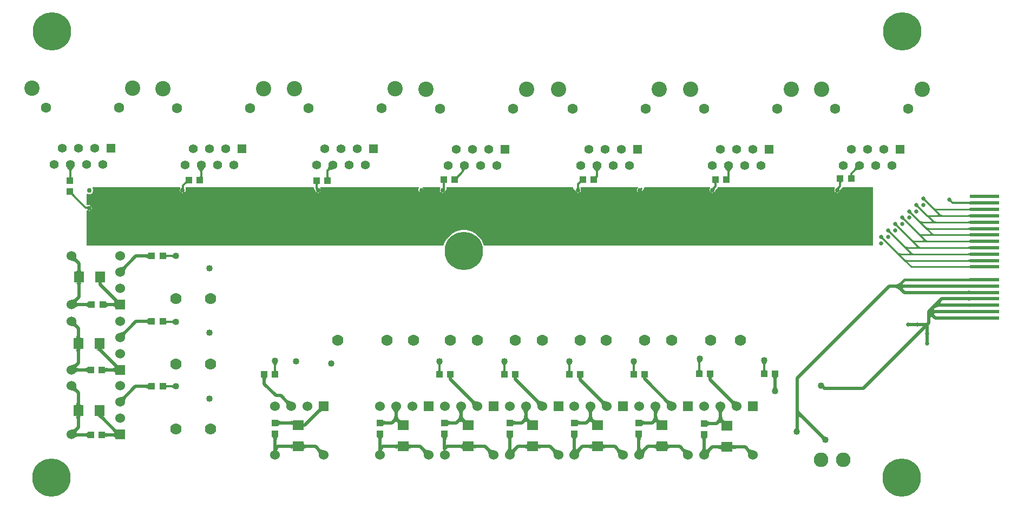
<source format=gbl>
G04*
G04 #@! TF.GenerationSoftware,Altium Limited,Altium Designer,22.11.1 (43)*
G04*
G04 Layer_Physical_Order=4*
G04 Layer_Color=16711680*
%FSAX25Y25*%
%MOIN*%
G70*
G04*
G04 #@! TF.SameCoordinates,EBA4B4AC-1B08-4463-AFC9-2197B451F785*
G04*
G04*
G04 #@! TF.FilePolarity,Positive*
G04*
G01*
G75*
%ADD10C,0.01000*%
%ADD17R,0.04331X0.03937*%
%ADD18R,0.03937X0.04331*%
%ADD19R,0.18300X0.02400*%
%ADD39C,0.01200*%
%ADD40C,0.02000*%
%ADD41C,0.07000*%
%ADD42C,0.09449*%
%ADD43C,0.06299*%
%ADD44C,0.05512*%
%ADD45R,0.05512X0.05512*%
%ADD46C,0.06000*%
%ADD47R,0.06000X0.06000*%
%ADD48C,0.23622*%
%ADD49R,0.06000X0.06000*%
%ADD50C,0.09000*%
%ADD51C,0.03000*%
%ADD52C,0.02500*%
%ADD53C,0.04000*%
%ADD54R,0.07000X0.06000*%
%ADD55R,0.06000X0.07000*%
%ADD56C,0.01500*%
G36*
X0214625Y0250827D02*
X0214261Y0250817D01*
X0213602Y0250753D01*
X0213305Y0250698D01*
X0213032Y0250629D01*
X0212780Y0250546D01*
X0212552Y0250447D01*
X0212345Y0250333D01*
X0212161Y0250205D01*
X0211999Y0250062D01*
X0211136Y0250896D01*
X0211281Y0251060D01*
X0211410Y0251245D01*
X0211522Y0251452D01*
X0211618Y0251681D01*
X0211697Y0251932D01*
X0211761Y0252204D01*
X0211808Y0252498D01*
X0211839Y0252813D01*
X0211853Y0253150D01*
X0211851Y0253509D01*
X0214625Y0250827D01*
D02*
G37*
G36*
X0539028Y0250787D02*
X0538666Y0250783D01*
X0538010Y0250729D01*
X0537715Y0250678D01*
X0537442Y0250612D01*
X0537191Y0250530D01*
X0536962Y0250433D01*
X0536756Y0250320D01*
X0536571Y0250192D01*
X0536408Y0250048D01*
X0535560Y0250896D01*
X0535704Y0251059D01*
X0535832Y0251244D01*
X0535945Y0251451D01*
X0536042Y0251679D01*
X0536124Y0251930D01*
X0536190Y0252203D01*
X0536241Y0252498D01*
X0536276Y0252815D01*
X0536295Y0253155D01*
X0536299Y0253516D01*
X0539028Y0250787D01*
D02*
G37*
G36*
X0296057Y0250677D02*
X0295918Y0250642D01*
X0295794Y0250592D01*
X0295684Y0250527D01*
X0295589Y0250447D01*
X0295509Y0250351D01*
X0295443Y0250241D01*
X0295392Y0250115D01*
X0295355Y0249974D01*
X0295334Y0249818D01*
X0295326Y0249647D01*
X0294126D01*
X0294121Y0249892D01*
X0294078Y0250338D01*
X0294040Y0250540D01*
X0293992Y0250728D01*
X0293933Y0250901D01*
X0293863Y0251060D01*
X0293782Y0251205D01*
X0293690Y0251335D01*
X0293588Y0251451D01*
X0296057Y0250677D01*
D02*
G37*
G36*
X0054590Y0251711D02*
X0054165Y0251208D01*
X0053992Y0250963D01*
X0053846Y0250724D01*
X0053726Y0250488D01*
X0053633Y0250258D01*
X0053567Y0250032D01*
X0053527Y0249811D01*
X0053513Y0249594D01*
X0052313D01*
X0052300Y0249811D01*
X0052260Y0250032D01*
X0052194Y0250258D01*
X0052101Y0250488D01*
X0051981Y0250724D01*
X0051835Y0250963D01*
X0051662Y0251208D01*
X0051463Y0251457D01*
X0051237Y0251711D01*
X0050984Y0251969D01*
X0054843D01*
X0054590Y0251711D01*
D02*
G37*
G36*
X0135180Y0251356D02*
X0134755Y0250854D01*
X0134582Y0250609D01*
X0134436Y0250369D01*
X0134317Y0250134D01*
X0134224Y0249903D01*
X0134157Y0249677D01*
X0134117Y0249456D01*
X0134104Y0249239D01*
X0132904D01*
X0132891Y0249456D01*
X0132851Y0249677D01*
X0132784Y0249903D01*
X0132691Y0250134D01*
X0132572Y0250369D01*
X0132425Y0250609D01*
X0132253Y0250854D01*
X0132053Y0251103D01*
X0131827Y0251356D01*
X0131575Y0251615D01*
X0135433D01*
X0135180Y0251356D01*
D02*
G37*
G36*
X0460094Y0251132D02*
X0459669Y0250629D01*
X0459496Y0250385D01*
X0459350Y0250145D01*
X0459230Y0249910D01*
X0459137Y0249679D01*
X0459070Y0249453D01*
X0459031Y0249232D01*
X0459017Y0249015D01*
X0457817D01*
X0457804Y0249232D01*
X0457764Y0249453D01*
X0457698Y0249679D01*
X0457605Y0249910D01*
X0457485Y0250145D01*
X0457339Y0250385D01*
X0457166Y0250629D01*
X0456967Y0250878D01*
X0456741Y0251132D01*
X0456488Y0251390D01*
X0460347D01*
X0460094Y0251132D01*
D02*
G37*
G36*
X0378992D02*
X0378566Y0250629D01*
X0378393Y0250385D01*
X0378247Y0250145D01*
X0378128Y0249910D01*
X0378035Y0249679D01*
X0377968Y0249453D01*
X0377928Y0249232D01*
X0377915Y0249015D01*
X0376715D01*
X0376702Y0249232D01*
X0376662Y0249453D01*
X0376595Y0249679D01*
X0376502Y0249910D01*
X0376383Y0250145D01*
X0376237Y0250385D01*
X0376064Y0250629D01*
X0375864Y0250878D01*
X0375638Y0251132D01*
X0375386Y0251390D01*
X0379244D01*
X0378992Y0251132D01*
D02*
G37*
G36*
X0534463Y0248132D02*
X0534479Y0247941D01*
X0534505Y0247772D01*
X0534541Y0247626D01*
X0534587Y0247502D01*
X0534643Y0247400D01*
X0534710Y0247322D01*
X0534788Y0247265D01*
X0534875Y0247231D01*
X0534973Y0247220D01*
X0532744D01*
X0532842Y0247231D01*
X0532929Y0247265D01*
X0533006Y0247322D01*
X0533073Y0247400D01*
X0533130Y0247502D01*
X0533176Y0247626D01*
X0533212Y0247772D01*
X0533238Y0247941D01*
X0533253Y0248132D01*
X0533258Y0248346D01*
X0534458D01*
X0534463Y0248132D01*
D02*
G37*
G36*
X0459043Y0246838D02*
X0457217Y0246826D01*
X0457331Y0246839D01*
X0457433Y0246876D01*
X0457523Y0246937D01*
X0457601Y0247022D01*
X0457667Y0247131D01*
X0457721Y0247265D01*
X0457763Y0247422D01*
X0457793Y0247603D01*
X0457811Y0247809D01*
X0457817Y0248038D01*
X0459017D01*
X0459043Y0246838D01*
D02*
G37*
G36*
X0377547D02*
X0376115Y0246826D01*
X0376229Y0246839D01*
X0376331Y0246877D01*
X0376421Y0246938D01*
X0376499Y0247023D01*
X0376565Y0247132D01*
X0376619Y0247265D01*
X0376661Y0247422D01*
X0376691Y0247604D01*
X0376709Y0247809D01*
X0376715Y0248038D01*
X0377915D01*
X0377547Y0246838D01*
D02*
G37*
G36*
X0292766D02*
X0292528Y0246592D01*
X0292155Y0246151D01*
X0292019Y0245956D01*
X0291917Y0245778D01*
X0291849Y0245617D01*
X0291815Y0245472D01*
Y0245345D01*
X0291849Y0245235D01*
X0291917Y0245141D01*
X0290220Y0246838D01*
X0290313Y0246771D01*
X0290424Y0246737D01*
X0290551D01*
X0290695Y0246771D01*
X0290857Y0246838D01*
X0291035Y0246940D01*
X0291230Y0247076D01*
X0291442Y0247246D01*
X0291917Y0247687D01*
X0292766Y0246838D01*
D02*
G37*
G36*
X0134110Y0247414D02*
X0134128Y0247208D01*
X0134158Y0247027D01*
X0134200Y0246869D01*
X0134254Y0246736D01*
X0134320Y0246627D01*
X0134398Y0246542D01*
X0134488Y0246481D01*
X0134590Y0246445D01*
X0134704Y0246433D01*
X0132304D01*
X0132418Y0246445D01*
X0132520Y0246481D01*
X0132610Y0246542D01*
X0132688Y0246627D01*
X0132754Y0246736D01*
X0132808Y0246869D01*
X0132850Y0247027D01*
X0132880Y0247208D01*
X0132898Y0247414D01*
X0132904Y0247645D01*
X0134104D01*
X0134110Y0247414D01*
D02*
G37*
G36*
X0053519Y0247220D02*
X0053537Y0247016D01*
X0053567Y0246836D01*
X0053609Y0246680D01*
X0053663Y0246548D01*
X0053729Y0246440D01*
X0053807Y0246356D01*
X0053897Y0246296D01*
X0053999Y0246260D01*
X0054113Y0246248D01*
X0051713D01*
X0051827Y0246260D01*
X0051929Y0246296D01*
X0052019Y0246356D01*
X0052097Y0246440D01*
X0052163Y0246548D01*
X0052217Y0246680D01*
X0052259Y0246836D01*
X0052289Y0247016D01*
X0052307Y0247220D01*
X0052313Y0247448D01*
X0053513D01*
X0053519Y0247220D01*
D02*
G37*
G36*
X0212023Y0247021D02*
X0212041Y0246815D01*
X0212071Y0246633D01*
X0212113Y0246475D01*
X0212167Y0246342D01*
X0212233Y0246233D01*
X0212311Y0246148D01*
X0212401Y0246088D01*
X0212503Y0246051D01*
X0212617Y0246039D01*
X0210217D01*
X0210331Y0246051D01*
X0210433Y0246088D01*
X0210523Y0246148D01*
X0210601Y0246233D01*
X0210667Y0246342D01*
X0210721Y0246475D01*
X0210763Y0246633D01*
X0210793Y0246815D01*
X0210811Y0247021D01*
X0210817Y0247251D01*
X0212017D01*
X0212023Y0247021D01*
D02*
G37*
G36*
X0368441Y0242937D02*
X0368336Y0242991D01*
X0368207Y0243004D01*
X0368054Y0242977D01*
X0367878Y0242909D01*
X0367677Y0242801D01*
X0367454Y0242652D01*
X0367206Y0242463D01*
X0366639Y0241963D01*
X0366320Y0241653D01*
X0365699Y0242728D01*
X0365947Y0242985D01*
X0366334Y0243439D01*
X0366474Y0243637D01*
X0366578Y0243817D01*
X0366646Y0243977D01*
X0366678Y0244118D01*
X0366674Y0244239D01*
X0366635Y0244342D01*
X0366560Y0244426D01*
X0368441Y0242937D01*
D02*
G37*
G36*
X0125528Y0242544D02*
X0125436Y0242610D01*
X0125326Y0242643D01*
X0125199Y0242642D01*
X0125056Y0242607D01*
X0124895Y0242538D01*
X0124716Y0242435D01*
X0124521Y0242298D01*
X0124308Y0242127D01*
X0123831Y0241683D01*
X0122982Y0242532D01*
X0123221Y0242779D01*
X0123597Y0243221D01*
X0123734Y0243417D01*
X0123837Y0243595D01*
X0123906Y0243756D01*
X0123941Y0243900D01*
X0123942Y0244027D01*
X0123910Y0244137D01*
X0123843Y0244229D01*
X0125528Y0242544D01*
D02*
G37*
G36*
X0528252Y0243319D02*
X0528150Y0243283D01*
X0528059Y0243222D01*
X0527982Y0243137D01*
X0527915Y0243028D01*
X0527861Y0242895D01*
X0527819Y0242737D01*
X0527789Y0242555D01*
X0527772Y0242349D01*
X0527766Y0242119D01*
X0526566D01*
X0526559Y0242349D01*
X0526542Y0242555D01*
X0526511Y0242737D01*
X0526470Y0242895D01*
X0526415Y0243028D01*
X0526349Y0243137D01*
X0526271Y0243222D01*
X0526182Y0243283D01*
X0526080Y0243319D01*
X0525965Y0243331D01*
X0528366D01*
X0528252Y0243319D01*
D02*
G37*
G36*
X0451283Y0242925D02*
X0451181Y0242889D01*
X0451091Y0242828D01*
X0451013Y0242743D01*
X0450947Y0242634D01*
X0450893Y0242501D01*
X0450851Y0242343D01*
X0450821Y0242162D01*
X0450803Y0241956D01*
X0450797Y0241725D01*
X0449597D01*
X0449591Y0241956D01*
X0449573Y0242162D01*
X0449543Y0242343D01*
X0449501Y0242501D01*
X0449447Y0242634D01*
X0449381Y0242743D01*
X0449303Y0242828D01*
X0449213Y0242889D01*
X0449111Y0242925D01*
X0448997Y0242937D01*
X0451397D01*
X0451283Y0242925D01*
D02*
G37*
G36*
X0284157D02*
X0284055Y0242889D01*
X0283965Y0242828D01*
X0283887Y0242743D01*
X0283821Y0242634D01*
X0283767Y0242501D01*
X0283725Y0242343D01*
X0283695Y0242162D01*
X0283677Y0241956D01*
X0283671Y0241725D01*
X0282471D01*
X0282465Y0241956D01*
X0282447Y0242162D01*
X0282417Y0242343D01*
X0282375Y0242501D01*
X0282321Y0242634D01*
X0282255Y0242743D01*
X0282177Y0242828D01*
X0282087Y0242889D01*
X0281985Y0242925D01*
X0281871Y0242937D01*
X0284271D01*
X0284157Y0242925D01*
D02*
G37*
G36*
X0205810Y0242138D02*
X0205709Y0242102D01*
X0205619Y0242041D01*
X0205540Y0241956D01*
X0205474Y0241847D01*
X0205420Y0241714D01*
X0205379Y0241556D01*
X0205348Y0241374D01*
X0205330Y0241168D01*
X0205325Y0240938D01*
X0204124D01*
X0204118Y0241168D01*
X0204100Y0241374D01*
X0204070Y0241556D01*
X0204029Y0241714D01*
X0203975Y0241847D01*
X0203908Y0241956D01*
X0203831Y0242041D01*
X0203741Y0242102D01*
X0203639Y0242138D01*
X0203524Y0242150D01*
X0205925D01*
X0205810Y0242138D01*
D02*
G37*
G36*
X0366353Y0240315D02*
X0366366Y0240172D01*
X0366389Y0240035D01*
X0366420Y0239905D01*
X0366460Y0239782D01*
X0366510Y0239665D01*
X0366568Y0239554D01*
X0366636Y0239450D01*
X0366712Y0239352D01*
X0366798Y0239260D01*
X0364698D01*
X0364784Y0239352D01*
X0364860Y0239450D01*
X0364928Y0239554D01*
X0364986Y0239665D01*
X0365036Y0239782D01*
X0365076Y0239905D01*
X0365107Y0240035D01*
X0365130Y0240172D01*
X0365143Y0240315D01*
X0365148Y0240464D01*
X0366348D01*
X0366353Y0240315D01*
D02*
G37*
G36*
X0122992Y0240254D02*
X0122995Y0240106D01*
X0123021Y0239825D01*
X0123043Y0239691D01*
X0123073Y0239562D01*
X0123108Y0239438D01*
X0123150Y0239319D01*
X0123199Y0239205D01*
X0123254Y0239095D01*
X0123315Y0238990D01*
X0121271Y0239473D01*
X0121370Y0239540D01*
X0121459Y0239617D01*
X0121537Y0239703D01*
X0121604Y0239799D01*
X0121662Y0239903D01*
X0121708Y0240018D01*
X0121745Y0240141D01*
X0121771Y0240274D01*
X0121786Y0240416D01*
X0121792Y0240567D01*
X0122992Y0240254D01*
D02*
G37*
G36*
X0205330Y0240423D02*
X0205345Y0240282D01*
X0205371Y0240155D01*
X0205408Y0240041D01*
X0205454Y0239942D01*
X0205511Y0239856D01*
X0205579Y0239785D01*
X0205657Y0239726D01*
X0205745Y0239682D01*
X0205843Y0239652D01*
X0204078Y0238630D01*
X0204087Y0238675D01*
X0204095Y0238748D01*
X0204113Y0239139D01*
X0204124Y0240366D01*
X0205325Y0240577D01*
X0205330Y0240423D01*
D02*
G37*
G36*
X0283671Y0240366D02*
X0283717Y0238630D01*
X0281952Y0239652D01*
X0282051Y0239682D01*
X0282139Y0239726D01*
X0282217Y0239785D01*
X0282284Y0239856D01*
X0282341Y0239942D01*
X0282388Y0240041D01*
X0282424Y0240155D01*
X0282450Y0240282D01*
X0282466Y0240423D01*
X0282471Y0240577D01*
X0283671Y0240366D01*
D02*
G37*
G36*
X0527059Y0239690D02*
X0526956Y0239579D01*
X0526866Y0239468D01*
X0526791Y0239355D01*
X0526729Y0239242D01*
X0526682Y0239129D01*
X0526648Y0239014D01*
X0526629Y0238899D01*
X0526623Y0238783D01*
X0526631Y0238666D01*
X0526653Y0238548D01*
X0524867Y0239652D01*
X0524985Y0239683D01*
X0525101Y0239721D01*
X0525216Y0239768D01*
X0525330Y0239823D01*
X0525443Y0239885D01*
X0525555Y0239955D01*
X0525665Y0240034D01*
X0525882Y0240215D01*
X0525989Y0240317D01*
X0527059Y0239690D01*
D02*
G37*
G36*
X0450287D02*
X0450184Y0239579D01*
X0450095Y0239468D01*
X0450019Y0239355D01*
X0449958Y0239242D01*
X0449910Y0239129D01*
X0449877Y0239014D01*
X0449857Y0238899D01*
X0449851Y0238783D01*
X0449860Y0238666D01*
X0449882Y0238548D01*
X0448095Y0239652D01*
X0448213Y0239683D01*
X0448329Y0239721D01*
X0448445Y0239768D01*
X0448559Y0239823D01*
X0448671Y0239885D01*
X0448783Y0239955D01*
X0448893Y0240034D01*
X0449111Y0240215D01*
X0449218Y0240317D01*
X0450287Y0239690D01*
D02*
G37*
G36*
X0547244Y0203937D02*
X0307722D01*
X0307148Y0205705D01*
X0306233Y0207502D01*
X0305047Y0209133D01*
X0303621Y0210559D01*
X0301990Y0211744D01*
X0300193Y0212660D01*
X0298275Y0213283D01*
X0296284Y0213598D01*
X0294267D01*
X0292276Y0213283D01*
X0290358Y0212660D01*
X0288561Y0211744D01*
X0286930Y0210559D01*
X0285504Y0209133D01*
X0284319Y0207502D01*
X0283403Y0205705D01*
X0282829Y0203937D01*
X0062992D01*
Y0225878D01*
X0063613D01*
X0063943Y0225658D01*
X0064567Y0225534D01*
X0065191Y0225658D01*
X0065720Y0226012D01*
X0066074Y0226541D01*
X0066198Y0227165D01*
X0066074Y0227790D01*
X0065720Y0228319D01*
X0065376Y0228663D01*
X0064847Y0229017D01*
X0064223Y0229141D01*
X0063127D01*
X0062992Y0229276D01*
Y0235594D01*
X0063492Y0235928D01*
X0064070Y0235689D01*
X0065064D01*
X0065983Y0236070D01*
X0066686Y0236773D01*
X0067067Y0237692D01*
Y0238686D01*
X0066686Y0239605D01*
X0066596Y0239696D01*
X0066787Y0240158D01*
X0120760D01*
Y0239143D01*
X0120540Y0238813D01*
X0120416Y0238189D01*
X0120540Y0237565D01*
X0120894Y0237035D01*
X0121423Y0236682D01*
X0122047Y0236558D01*
X0122671Y0236682D01*
X0123201Y0237035D01*
X0123545Y0237380D01*
X0123899Y0237909D01*
X0124023Y0238533D01*
Y0240158D01*
X0203093D01*
Y0239463D01*
X0203217Y0238839D01*
X0203571Y0238310D01*
X0203927Y0237953D01*
X0204005Y0237565D01*
X0204358Y0237035D01*
X0204888Y0236682D01*
X0205512Y0236558D01*
X0206136Y0236682D01*
X0206665Y0237035D01*
X0207019Y0237565D01*
X0207143Y0238189D01*
Y0238676D01*
X0207019Y0239300D01*
X0206780Y0239657D01*
X0206990Y0240122D01*
X0207030Y0240158D01*
X0267655D01*
X0267816Y0239664D01*
X0267485Y0239168D01*
X0267368Y0238583D01*
X0267485Y0237997D01*
X0267816Y0237501D01*
X0268210Y0237107D01*
X0268706Y0236776D01*
X0269291Y0236660D01*
X0269877Y0236776D01*
X0270373Y0237107D01*
X0270704Y0237604D01*
X0270821Y0238189D01*
X0270704Y0238774D01*
X0270373Y0239270D01*
X0269986Y0239657D01*
X0269986Y0239686D01*
X0270141Y0240158D01*
X0280766D01*
X0280805Y0240122D01*
X0281015Y0239657D01*
X0280776Y0239300D01*
X0280652Y0238676D01*
Y0238189D01*
X0280776Y0237565D01*
X0281130Y0237035D01*
X0281659Y0236682D01*
X0282283Y0236558D01*
X0282908Y0236682D01*
X0283437Y0237035D01*
X0283791Y0237565D01*
X0283868Y0237953D01*
X0284225Y0238310D01*
X0284578Y0238839D01*
X0284702Y0239464D01*
Y0240158D01*
X0362645D01*
Y0240147D01*
X0362769Y0239523D01*
X0363123Y0238994D01*
X0364163Y0237953D01*
X0364241Y0237565D01*
X0364595Y0237035D01*
X0365124Y0236682D01*
X0365748Y0236558D01*
X0366372Y0236682D01*
X0366902Y0237035D01*
X0367255Y0237565D01*
X0367379Y0238189D01*
Y0238676D01*
X0367255Y0239300D01*
X0367017Y0239657D01*
X0367242Y0240158D01*
X0402696D01*
X0402887Y0239696D01*
X0402462Y0239270D01*
X0402130Y0238774D01*
X0402014Y0238189D01*
X0402130Y0237604D01*
X0402462Y0237107D01*
X0402958Y0236776D01*
X0403543Y0236660D01*
X0404129Y0236776D01*
X0404625Y0237107D01*
X0405806Y0238289D01*
X0406137Y0238785D01*
X0406254Y0239370D01*
X0406197Y0239657D01*
X0406558Y0240158D01*
X0446931D01*
X0447157Y0239657D01*
X0446918Y0239300D01*
X0446794Y0238676D01*
Y0238189D01*
X0446918Y0237565D01*
X0447272Y0237035D01*
X0447801Y0236682D01*
X0448425Y0236558D01*
X0449050Y0236682D01*
X0449579Y0237035D01*
X0449932Y0237565D01*
X0450010Y0237953D01*
X0451350Y0239294D01*
X0451704Y0239824D01*
X0451770Y0240158D01*
X0523702D01*
X0523928Y0239657D01*
X0523690Y0239300D01*
X0523565Y0238676D01*
Y0238189D01*
X0523690Y0237565D01*
X0524043Y0237035D01*
X0524573Y0236682D01*
X0525197Y0236558D01*
X0525821Y0236682D01*
X0526350Y0237035D01*
X0526704Y0237565D01*
X0526781Y0237953D01*
X0528319Y0239491D01*
X0528673Y0240020D01*
X0528700Y0240158D01*
X0547244D01*
Y0203937D01*
D02*
G37*
G36*
X0054634Y0236853D02*
X0054601Y0236744D01*
X0054602Y0236617D01*
X0054637Y0236473D01*
X0054706Y0236312D01*
X0054809Y0236134D01*
X0054946Y0235938D01*
X0055117Y0235725D01*
X0055561Y0235248D01*
X0054712Y0234400D01*
X0054465Y0234639D01*
X0054023Y0235014D01*
X0053827Y0235151D01*
X0053649Y0235254D01*
X0053488Y0235323D01*
X0053344Y0235359D01*
X0053217Y0235360D01*
X0053108Y0235327D01*
X0053015Y0235260D01*
X0054700Y0236945D01*
X0054634Y0236853D01*
D02*
G37*
G36*
X0579600Y0232954D02*
X0579612Y0232851D01*
X0579634Y0232750D01*
X0579665Y0232650D01*
X0579705Y0232552D01*
X0579754Y0232456D01*
X0579812Y0232360D01*
X0579879Y0232267D01*
X0579955Y0232175D01*
X0580040Y0232084D01*
X0579333Y0231377D01*
X0579243Y0231462D01*
X0579151Y0231538D01*
X0579057Y0231606D01*
X0578962Y0231664D01*
X0578865Y0231713D01*
X0578767Y0231752D01*
X0578667Y0231783D01*
X0578566Y0231805D01*
X0578463Y0231817D01*
X0578359Y0231821D01*
X0579596Y0233058D01*
X0579600Y0232954D01*
D02*
G37*
G36*
X0595742Y0232193D02*
X0595756Y0232113D01*
X0595780Y0232031D01*
X0595813Y0231947D01*
X0595856Y0231861D01*
X0595909Y0231773D01*
X0595972Y0231683D01*
X0596044Y0231592D01*
X0596218Y0231402D01*
X0595370Y0230554D01*
X0595274Y0230645D01*
X0595088Y0230800D01*
X0594998Y0230863D01*
X0594910Y0230915D01*
X0594825Y0230959D01*
X0594741Y0230992D01*
X0594659Y0231015D01*
X0594579Y0231029D01*
X0594501Y0231033D01*
X0595738Y0232271D01*
X0595742Y0232193D01*
D02*
G37*
G36*
X0607004Y0229127D02*
X0606992Y0229239D01*
X0606956Y0229339D01*
X0606896Y0229427D01*
X0606812Y0229503D01*
X0606704Y0229568D01*
X0606572Y0229621D01*
X0606416Y0229662D01*
X0606236Y0229691D01*
X0606032Y0229709D01*
X0605804Y0229715D01*
Y0230915D01*
X0606032Y0230921D01*
X0606236Y0230939D01*
X0606416Y0230968D01*
X0606572Y0231009D01*
X0606704Y0231062D01*
X0606812Y0231127D01*
X0606896Y0231203D01*
X0606956Y0231291D01*
X0606992Y0231391D01*
X0607004Y0231503D01*
Y0229127D01*
D02*
G37*
G36*
X0584684Y0227451D02*
X0584834Y0227330D01*
X0584990Y0227224D01*
X0585152Y0227133D01*
X0585320Y0227055D01*
X0585493Y0226991D01*
X0585673Y0226942D01*
X0585858Y0226906D01*
X0586049Y0226885D01*
X0586246Y0226878D01*
X0587247Y0225878D01*
X0587247Y0225878D01*
X0587064Y0225871D01*
X0586915Y0225850D01*
X0586800Y0225814D01*
X0586720Y0225765D01*
X0586673Y0225701D01*
X0586661Y0225623D01*
X0586683Y0225532D01*
X0586739Y0225425D01*
X0586829Y0225305D01*
X0586954Y0225171D01*
X0586954Y0225171D01*
X0586954Y0225171D01*
X0585039Y0226378D01*
X0584539Y0227585D01*
X0584539Y0227585D01*
X0584539Y0227585D01*
X0584684Y0227451D01*
D02*
G37*
G36*
X0575269Y0229017D02*
X0575282Y0228914D01*
X0575303Y0228813D01*
X0575334Y0228713D01*
X0575374Y0228615D01*
X0575423Y0228519D01*
X0575481Y0228423D01*
X0575548Y0228330D01*
X0575624Y0228238D01*
X0575710Y0228147D01*
X0575003Y0227440D01*
X0574912Y0227525D01*
X0574820Y0227601D01*
X0574726Y0227669D01*
X0574631Y0227727D01*
X0574534Y0227776D01*
X0574436Y0227815D01*
X0574336Y0227846D01*
X0574235Y0227868D01*
X0574132Y0227880D01*
X0574028Y0227884D01*
X0575266Y0229121D01*
X0575269Y0229017D01*
D02*
G37*
G36*
X0063136Y0226717D02*
X0063118Y0226753D01*
X0063089Y0226786D01*
X0063049Y0226815D01*
X0062997Y0226840D01*
X0062934Y0226862D01*
X0062860Y0226879D01*
X0062775Y0226892D01*
X0062678Y0226902D01*
X0062451Y0226910D01*
X0062502Y0228110D01*
X0062672Y0228111D01*
X0063359Y0228157D01*
X0063418Y0228172D01*
X0063460Y0228188D01*
X0063487Y0228206D01*
X0063136Y0226717D01*
D02*
G37*
G36*
X0607016Y0225378D02*
X0607006Y0225473D01*
X0606975Y0225558D01*
X0606925Y0225633D01*
X0606854Y0225698D01*
X0606763Y0225753D01*
X0606651Y0225798D01*
X0606520Y0225833D01*
X0606368Y0225858D01*
X0606196Y0225873D01*
X0606004Y0225878D01*
Y0226878D01*
X0606196Y0226883D01*
X0606368Y0226898D01*
X0606520Y0226923D01*
X0606651Y0226958D01*
X0606763Y0227003D01*
X0606854Y0227058D01*
X0606925Y0227123D01*
X0606975Y0227198D01*
X0607006Y0227283D01*
X0607016Y0227378D01*
Y0225378D01*
D02*
G37*
G36*
X0570938Y0225080D02*
X0570951Y0224977D01*
X0570973Y0224876D01*
X0571003Y0224776D01*
X0571043Y0224678D01*
X0571092Y0224582D01*
X0571150Y0224486D01*
X0571217Y0224393D01*
X0571294Y0224301D01*
X0571379Y0224210D01*
X0570672Y0223503D01*
X0570581Y0223588D01*
X0570489Y0223664D01*
X0570396Y0223731D01*
X0570300Y0223790D01*
X0570204Y0223838D01*
X0570106Y0223878D01*
X0570006Y0223909D01*
X0569905Y0223931D01*
X0569802Y0223943D01*
X0569698Y0223947D01*
X0570935Y0225184D01*
X0570938Y0225080D01*
D02*
G37*
G36*
X0588621Y0223514D02*
X0588771Y0223394D01*
X0588927Y0223287D01*
X0589089Y0223196D01*
X0589257Y0223118D01*
X0589430Y0223054D01*
X0589610Y0223005D01*
X0589795Y0222969D01*
X0589986Y0222948D01*
X0590183Y0222941D01*
X0588976Y0221941D01*
X0586769Y0222941D01*
X0586952Y0222948D01*
X0587101Y0222969D01*
X0587216Y0223005D01*
X0587296Y0223054D01*
X0587343Y0223118D01*
X0587355Y0223196D01*
X0587333Y0223287D01*
X0587277Y0223394D01*
X0587186Y0223514D01*
X0587062Y0223648D01*
X0588476D01*
X0588621Y0223514D01*
D02*
G37*
G36*
X0607016Y0221441D02*
X0607006Y0221536D01*
X0606975Y0221621D01*
X0606925Y0221696D01*
X0606854Y0221761D01*
X0606763Y0221816D01*
X0606651Y0221861D01*
X0606520Y0221896D01*
X0606368Y0221921D01*
X0606196Y0221936D01*
X0606004Y0221941D01*
Y0222941D01*
X0606196Y0222946D01*
X0606368Y0222961D01*
X0606520Y0222986D01*
X0606651Y0223021D01*
X0606763Y0223066D01*
X0606854Y0223121D01*
X0606925Y0223186D01*
X0606975Y0223261D01*
X0607006Y0223346D01*
X0607016Y0223441D01*
Y0221441D01*
D02*
G37*
G36*
X0566608Y0221143D02*
X0566620Y0221040D01*
X0566642Y0220939D01*
X0566673Y0220839D01*
X0566713Y0220741D01*
X0566762Y0220644D01*
X0566820Y0220549D01*
X0566887Y0220456D01*
X0566963Y0220364D01*
X0567048Y0220273D01*
X0566341Y0219566D01*
X0566251Y0219651D01*
X0566158Y0219727D01*
X0566065Y0219795D01*
X0565970Y0219853D01*
X0565873Y0219901D01*
X0565775Y0219941D01*
X0565675Y0219972D01*
X0565574Y0219994D01*
X0565471Y0220006D01*
X0565367Y0220010D01*
X0566604Y0221247D01*
X0566608Y0221143D01*
D02*
G37*
G36*
X0584684Y0219577D02*
X0584834Y0219457D01*
X0584990Y0219350D01*
X0585152Y0219258D01*
X0585320Y0219181D01*
X0585493Y0219117D01*
X0585673Y0219068D01*
X0585858Y0219032D01*
X0586049Y0219011D01*
X0586246Y0219004D01*
X0585039Y0218504D01*
X0582832Y0219004D01*
X0583015Y0219011D01*
X0583164Y0219032D01*
X0583279Y0219068D01*
X0583359Y0219117D01*
X0583405Y0219181D01*
X0583418Y0219258D01*
X0583396Y0219350D01*
X0583340Y0219457D01*
X0583250Y0219577D01*
X0583125Y0219711D01*
X0584539D01*
X0584684Y0219577D01*
D02*
G37*
G36*
X0607016Y0217504D02*
X0607006Y0217599D01*
X0606975Y0217684D01*
X0606925Y0217759D01*
X0606854Y0217824D01*
X0606763Y0217879D01*
X0606651Y0217924D01*
X0606520Y0217959D01*
X0606368Y0217984D01*
X0606196Y0217999D01*
X0606004Y0218004D01*
Y0219004D01*
X0606196Y0219009D01*
X0606368Y0219024D01*
X0606520Y0219049D01*
X0606651Y0219084D01*
X0606763Y0219129D01*
X0606854Y0219184D01*
X0606925Y0219249D01*
X0606975Y0219324D01*
X0607006Y0219409D01*
X0607016Y0219504D01*
Y0217504D01*
D02*
G37*
G36*
X0576022Y0219577D02*
X0576172Y0219457D01*
X0576329Y0219350D01*
X0576490Y0219258D01*
X0576658Y0219181D01*
X0576832Y0219117D01*
X0577011Y0219068D01*
X0577197Y0219032D01*
X0577388Y0219011D01*
X0577585Y0219004D01*
X0578585Y0218004D01*
X0578402Y0217997D01*
X0578253Y0217976D01*
X0578139Y0217940D01*
X0578058Y0217891D01*
X0578012Y0217827D01*
X0578000Y0217749D01*
X0578022Y0217657D01*
X0578078Y0217551D01*
X0578168Y0217431D01*
X0578292Y0217297D01*
X0576378Y0218504D01*
X0575878Y0219711D01*
X0576022Y0219577D01*
D02*
G37*
G36*
X0562277Y0217206D02*
X0562290Y0217103D01*
X0562311Y0217002D01*
X0562342Y0216902D01*
X0562382Y0216804D01*
X0562431Y0216707D01*
X0562489Y0216612D01*
X0562556Y0216519D01*
X0562632Y0216427D01*
X0562718Y0216336D01*
X0562010Y0215629D01*
X0561920Y0215714D01*
X0561828Y0215790D01*
X0561734Y0215858D01*
X0561639Y0215916D01*
X0561542Y0215965D01*
X0561444Y0216004D01*
X0561344Y0216035D01*
X0561243Y0216057D01*
X0561140Y0216069D01*
X0561036Y0216073D01*
X0562274Y0217310D01*
X0562277Y0217206D01*
D02*
G37*
G36*
X0607016Y0213567D02*
X0607006Y0213662D01*
X0606975Y0213747D01*
X0606925Y0213822D01*
X0606854Y0213887D01*
X0606763Y0213942D01*
X0606651Y0213987D01*
X0606520Y0214022D01*
X0606368Y0214047D01*
X0606196Y0214062D01*
X0606004Y0214067D01*
Y0215067D01*
X0606196Y0215072D01*
X0606368Y0215087D01*
X0606520Y0215112D01*
X0606651Y0215147D01*
X0606763Y0215192D01*
X0606854Y0215247D01*
X0606925Y0215312D01*
X0606975Y0215387D01*
X0607006Y0215472D01*
X0607016Y0215567D01*
Y0213567D01*
D02*
G37*
G36*
X0579959Y0215640D02*
X0580110Y0215519D01*
X0580266Y0215413D01*
X0580428Y0215321D01*
X0580595Y0215244D01*
X0580769Y0215180D01*
X0580948Y0215131D01*
X0581134Y0215095D01*
X0581325Y0215074D01*
X0581522Y0215067D01*
X0582522Y0214067D01*
X0582339Y0214060D01*
X0582190Y0214039D01*
X0582076Y0214003D01*
X0581995Y0213954D01*
X0581949Y0213890D01*
X0581937Y0213812D01*
X0581959Y0213720D01*
X0582015Y0213614D01*
X0582105Y0213494D01*
X0582229Y0213360D01*
X0580315Y0214567D01*
X0579815Y0215774D01*
X0579959Y0215640D01*
D02*
G37*
G36*
X0557946Y0213269D02*
X0557959Y0213166D01*
X0557981Y0213065D01*
X0558011Y0212965D01*
X0558051Y0212867D01*
X0558100Y0212771D01*
X0558158Y0212675D01*
X0558225Y0212582D01*
X0558302Y0212490D01*
X0558387Y0212399D01*
X0557680Y0211692D01*
X0557589Y0211777D01*
X0557497Y0211853D01*
X0557403Y0211920D01*
X0557308Y0211979D01*
X0557211Y0212028D01*
X0557113Y0212067D01*
X0557014Y0212098D01*
X0556912Y0212120D01*
X0556810Y0212132D01*
X0556705Y0212136D01*
X0557943Y0213373D01*
X0557946Y0213269D01*
D02*
G37*
G36*
X0583896Y0211703D02*
X0584047Y0211582D01*
X0584203Y0211476D01*
X0584365Y0211385D01*
X0584532Y0211307D01*
X0584706Y0211243D01*
X0584885Y0211194D01*
X0585071Y0211158D01*
X0585262Y0211137D01*
X0585459Y0211130D01*
X0584252Y0210130D01*
X0582045Y0211130D01*
X0582228Y0211137D01*
X0582377Y0211158D01*
X0582491Y0211194D01*
X0582572Y0211243D01*
X0582618Y0211307D01*
X0582630Y0211385D01*
X0582608Y0211476D01*
X0582552Y0211582D01*
X0582462Y0211703D01*
X0582338Y0211837D01*
X0583752D01*
X0583896Y0211703D01*
D02*
G37*
G36*
X0607016Y0209630D02*
X0607006Y0209725D01*
X0606975Y0209810D01*
X0606925Y0209885D01*
X0606854Y0209950D01*
X0606763Y0210005D01*
X0606651Y0210050D01*
X0606520Y0210085D01*
X0606368Y0210110D01*
X0606196Y0210125D01*
X0606004Y0210130D01*
Y0211130D01*
X0606196Y0211135D01*
X0606368Y0211150D01*
X0606520Y0211175D01*
X0606651Y0211210D01*
X0606763Y0211255D01*
X0606854Y0211310D01*
X0606925Y0211375D01*
X0606975Y0211450D01*
X0607006Y0211535D01*
X0607016Y0211630D01*
Y0209630D01*
D02*
G37*
G36*
X0575629Y0211703D02*
X0575779Y0211582D01*
X0575935Y0211476D01*
X0576097Y0211385D01*
X0576265Y0211307D01*
X0576438Y0211243D01*
X0576618Y0211194D01*
X0576803Y0211158D01*
X0576994Y0211137D01*
X0577191Y0211130D01*
X0578191Y0210130D01*
X0578008Y0210123D01*
X0577860Y0210102D01*
X0577745Y0210066D01*
X0577665Y0210017D01*
X0577618Y0209953D01*
X0577606Y0209875D01*
X0577628Y0209783D01*
X0577684Y0209677D01*
X0577774Y0209557D01*
X0577899Y0209423D01*
X0575984Y0210630D01*
X0575484Y0211837D01*
X0575629Y0211703D01*
D02*
G37*
G36*
X0571298Y0207766D02*
X0571448Y0207646D01*
X0571604Y0207539D01*
X0571766Y0207448D01*
X0571934Y0207370D01*
X0572108Y0207306D01*
X0572287Y0207257D01*
X0572472Y0207221D01*
X0572664Y0207200D01*
X0572861Y0207193D01*
X0573861Y0206193D01*
X0573678Y0206186D01*
X0573529Y0206165D01*
X0573414Y0206129D01*
X0573334Y0206080D01*
X0573287Y0206016D01*
X0573275Y0205938D01*
X0573297Y0205846D01*
X0573353Y0205740D01*
X0573443Y0205620D01*
X0573568Y0205486D01*
X0572007Y0205632D01*
X0571300Y0206339D01*
X0571300Y0206339D01*
X0570593Y0207047D01*
X0571153Y0207900D01*
X0571153Y0207900D01*
Y0207900D01*
X0571298Y0207766D01*
D02*
G37*
G36*
X0553616Y0209332D02*
X0553628Y0209229D01*
X0553650Y0209128D01*
X0553681Y0209028D01*
X0553721Y0208930D01*
X0553769Y0208834D01*
X0553827Y0208738D01*
X0553895Y0208645D01*
X0553971Y0208553D01*
X0554056Y0208462D01*
X0553349Y0207755D01*
X0553258Y0207840D01*
X0553166Y0207916D01*
X0553073Y0207983D01*
X0552978Y0208042D01*
X0552881Y0208090D01*
X0552783Y0208130D01*
X0552683Y0208161D01*
X0552582Y0208183D01*
X0552479Y0208195D01*
X0552375Y0208199D01*
X0553612Y0209436D01*
X0553616Y0209332D01*
D02*
G37*
G36*
X0579566Y0207766D02*
X0579716Y0207646D01*
X0579872Y0207539D01*
X0580034Y0207448D01*
X0580202Y0207370D01*
X0580375Y0207306D01*
X0580555Y0207257D01*
X0580740Y0207221D01*
X0580931Y0207200D01*
X0581128Y0207193D01*
X0579921Y0206193D01*
X0577714Y0207193D01*
X0577897Y0207200D01*
X0578046Y0207221D01*
X0578160Y0207257D01*
X0578241Y0207306D01*
X0578287Y0207370D01*
X0578300Y0207448D01*
X0578278Y0207539D01*
X0578222Y0207646D01*
X0578131Y0207766D01*
X0578007Y0207900D01*
X0579421D01*
X0579566Y0207766D01*
D02*
G37*
G36*
X0607016Y0205693D02*
X0607006Y0205788D01*
X0606975Y0205873D01*
X0606925Y0205948D01*
X0606854Y0206013D01*
X0606763Y0206068D01*
X0606651Y0206113D01*
X0606520Y0206148D01*
X0606368Y0206173D01*
X0606196Y0206188D01*
X0606004Y0206193D01*
Y0207193D01*
X0606196Y0207198D01*
X0606368Y0207213D01*
X0606520Y0207238D01*
X0606651Y0207273D01*
X0606763Y0207318D01*
X0606854Y0207373D01*
X0606925Y0207438D01*
X0606975Y0207513D01*
X0607006Y0207598D01*
X0607016Y0207693D01*
Y0205693D01*
D02*
G37*
G36*
X0575235Y0203829D02*
X0575385Y0203709D01*
X0575541Y0203602D01*
X0575703Y0203510D01*
X0575871Y0203433D01*
X0576045Y0203369D01*
X0576224Y0203320D01*
X0576409Y0203284D01*
X0576601Y0203263D01*
X0576798Y0203256D01*
X0575591Y0202756D01*
X0573383Y0203256D01*
X0573566Y0203263D01*
X0573715Y0203284D01*
X0573830Y0203320D01*
X0573910Y0203369D01*
X0573957Y0203433D01*
X0573969Y0203510D01*
X0573947Y0203602D01*
X0573891Y0203709D01*
X0573801Y0203829D01*
X0573676Y0203963D01*
X0575091D01*
X0575235Y0203829D01*
D02*
G37*
G36*
X0607016Y0201756D02*
X0607006Y0201851D01*
X0606975Y0201936D01*
X0606925Y0202011D01*
X0606854Y0202076D01*
X0606763Y0202131D01*
X0606651Y0202176D01*
X0606520Y0202211D01*
X0606368Y0202236D01*
X0606196Y0202251D01*
X0606004Y0202256D01*
Y0203256D01*
X0606196Y0203261D01*
X0606368Y0203276D01*
X0606520Y0203301D01*
X0606651Y0203336D01*
X0606763Y0203381D01*
X0606854Y0203436D01*
X0606925Y0203501D01*
X0606975Y0203576D01*
X0607006Y0203661D01*
X0607016Y0203756D01*
Y0201756D01*
D02*
G37*
G36*
X0566967Y0203829D02*
X0567117Y0203708D01*
X0567274Y0203602D01*
X0567435Y0203510D01*
X0567603Y0203433D01*
X0567777Y0203369D01*
X0567956Y0203320D01*
X0568142Y0203284D01*
X0568333Y0203263D01*
X0568530Y0203256D01*
X0569530Y0202256D01*
X0569347Y0202249D01*
X0569198Y0202228D01*
X0569084Y0202192D01*
X0569003Y0202143D01*
X0568957Y0202079D01*
X0568945Y0202001D01*
X0568966Y0201909D01*
X0569023Y0201803D01*
X0569113Y0201683D01*
X0569237Y0201549D01*
X0567323Y0202756D01*
X0566823Y0203963D01*
X0566967Y0203829D01*
D02*
G37*
G36*
X0570904Y0199892D02*
X0571054Y0199771D01*
X0571210Y0199665D01*
X0571372Y0199574D01*
X0571540Y0199496D01*
X0571714Y0199432D01*
X0571893Y0199382D01*
X0572079Y0199347D01*
X0572270Y0199326D01*
X0572467Y0199319D01*
X0571260Y0198819D01*
X0569053Y0199319D01*
X0569236Y0199326D01*
X0569384Y0199347D01*
X0569499Y0199382D01*
X0569580Y0199432D01*
X0569626Y0199496D01*
X0569638Y0199574D01*
X0569616Y0199665D01*
X0569560Y0199771D01*
X0569470Y0199892D01*
X0569346Y0200026D01*
X0570760D01*
X0570904Y0199892D01*
D02*
G37*
G36*
X0607016Y0197819D02*
X0607006Y0197914D01*
X0606975Y0197999D01*
X0606925Y0198074D01*
X0606854Y0198139D01*
X0606763Y0198194D01*
X0606651Y0198239D01*
X0606520Y0198274D01*
X0606368Y0198299D01*
X0606196Y0198314D01*
X0606004Y0198319D01*
Y0199319D01*
X0606196Y0199324D01*
X0606368Y0199339D01*
X0606520Y0199364D01*
X0606651Y0199399D01*
X0606763Y0199444D01*
X0606854Y0199499D01*
X0606925Y0199564D01*
X0606975Y0199639D01*
X0607006Y0199724D01*
X0607016Y0199819D01*
Y0197819D01*
D02*
G37*
G36*
X0562637Y0199892D02*
X0562787Y0199771D01*
X0562943Y0199665D01*
X0563105Y0199574D01*
X0563272Y0199496D01*
X0563446Y0199432D01*
X0563626Y0199382D01*
X0563811Y0199347D01*
X0564002Y0199326D01*
X0564199Y0199319D01*
X0565199Y0198319D01*
X0565016Y0198312D01*
X0564867Y0198291D01*
X0564753Y0198255D01*
X0564672Y0198206D01*
X0564626Y0198142D01*
X0564614Y0198064D01*
X0564636Y0197972D01*
X0564692Y0197866D01*
X0564782Y0197746D01*
X0564906Y0197612D01*
X0563346Y0197758D01*
X0562639Y0198465D01*
X0562492Y0200026D01*
X0562637Y0199892D01*
D02*
G37*
G36*
X0112008Y0198724D02*
X0112044Y0198622D01*
X0112104Y0198532D01*
X0112188Y0198454D01*
X0112296Y0198388D01*
X0112428Y0198334D01*
X0112584Y0198292D01*
X0112764Y0198262D01*
X0112968Y0198244D01*
X0113196Y0198238D01*
Y0197038D01*
X0112968Y0197032D01*
X0112764Y0197014D01*
X0112584Y0196984D01*
X0112428Y0196942D01*
X0112296Y0196888D01*
X0112188Y0196822D01*
X0112104Y0196744D01*
X0112044Y0196654D01*
X0112008Y0196552D01*
X0111996Y0196438D01*
Y0198838D01*
X0112008Y0198724D01*
D02*
G37*
G36*
X0116682Y0196238D02*
X0116524Y0196390D01*
X0116364Y0196526D01*
X0116201Y0196646D01*
X0116037Y0196750D01*
X0115870Y0196838D01*
X0115701Y0196910D01*
X0115530Y0196966D01*
X0115356Y0197006D01*
X0115180Y0197030D01*
X0115002Y0197038D01*
Y0198238D01*
X0115180Y0198246D01*
X0115356Y0198270D01*
X0115530Y0198310D01*
X0115701Y0198366D01*
X0115870Y0198438D01*
X0116037Y0198526D01*
X0116201Y0198630D01*
X0116364Y0198750D01*
X0116524Y0198886D01*
X0116682Y0199038D01*
Y0196238D01*
D02*
G37*
G36*
X0100996Y0195681D02*
X0100976Y0195863D01*
X0100916Y0196026D01*
X0100816Y0196169D01*
X0100676Y0196293D01*
X0100496Y0196399D01*
X0100276Y0196485D01*
X0100016Y0196552D01*
X0099716Y0196599D01*
X0099376Y0196628D01*
X0098996Y0196638D01*
Y0198638D01*
X0099376Y0198647D01*
X0099716Y0198676D01*
X0100016Y0198724D01*
X0100276Y0198791D01*
X0100496Y0198877D01*
X0100676Y0198982D01*
X0100816Y0199107D01*
X0100916Y0199250D01*
X0100976Y0199413D01*
X0100996Y0199594D01*
Y0195681D01*
D02*
G37*
G36*
X0607016Y0193882D02*
X0607006Y0193977D01*
X0606975Y0194062D01*
X0606925Y0194137D01*
X0606854Y0194202D01*
X0606763Y0194257D01*
X0606651Y0194302D01*
X0606520Y0194337D01*
X0606368Y0194362D01*
X0606196Y0194377D01*
X0606004Y0194382D01*
Y0195382D01*
X0606196Y0195387D01*
X0606368Y0195402D01*
X0606520Y0195427D01*
X0606651Y0195462D01*
X0606763Y0195507D01*
X0606854Y0195562D01*
X0606925Y0195627D01*
X0606975Y0195702D01*
X0607006Y0195787D01*
X0607016Y0195882D01*
Y0193882D01*
D02*
G37*
G36*
X0056550Y0197384D02*
X0056577Y0197092D01*
X0056625Y0196811D01*
X0056693Y0196542D01*
X0056780Y0196282D01*
X0056889Y0196034D01*
X0057017Y0195797D01*
X0057165Y0195571D01*
X0057334Y0195355D01*
X0057523Y0195151D01*
X0056109Y0193737D01*
X0055904Y0193926D01*
X0055689Y0194094D01*
X0055463Y0194243D01*
X0055225Y0194371D01*
X0054977Y0194479D01*
X0054718Y0194567D01*
X0054448Y0194635D01*
X0054168Y0194682D01*
X0053876Y0194710D01*
X0053573Y0194717D01*
X0056543Y0197687D01*
X0056550Y0197384D01*
D02*
G37*
G36*
X0566573Y0195955D02*
X0566724Y0195834D01*
X0566880Y0195728D01*
X0567042Y0195636D01*
X0567209Y0195559D01*
X0567383Y0195495D01*
X0567563Y0195446D01*
X0567748Y0195410D01*
X0567939Y0195389D01*
X0568136Y0195382D01*
X0569136Y0194382D01*
X0568953Y0194375D01*
X0568805Y0194354D01*
X0568690Y0194318D01*
X0568609Y0194269D01*
X0568563Y0194205D01*
X0568551Y0194127D01*
X0568573Y0194035D01*
X0568629Y0193929D01*
X0568719Y0193809D01*
X0568843Y0193675D01*
X0566929Y0194882D01*
X0566429Y0196089D01*
X0566573Y0195955D01*
D02*
G37*
G36*
X0607016Y0189945D02*
X0607006Y0190040D01*
X0606975Y0190125D01*
X0606925Y0190200D01*
X0606854Y0190265D01*
X0606763Y0190320D01*
X0606651Y0190365D01*
X0606520Y0190400D01*
X0606368Y0190425D01*
X0606196Y0190440D01*
X0606004Y0190445D01*
Y0191445D01*
X0606196Y0191450D01*
X0606368Y0191465D01*
X0606520Y0191490D01*
X0606651Y0191525D01*
X0606763Y0191570D01*
X0606854Y0191625D01*
X0606925Y0191690D01*
X0606975Y0191765D01*
X0607006Y0191850D01*
X0607016Y0191945D01*
Y0189945D01*
D02*
G37*
G36*
X0059270Y0189754D02*
X0059300Y0189414D01*
X0059350Y0189114D01*
X0059420Y0188854D01*
X0059510Y0188634D01*
X0059620Y0188454D01*
X0059750Y0188314D01*
X0059900Y0188214D01*
X0060070Y0188154D01*
X0060260Y0188134D01*
X0056260D01*
X0056450Y0188154D01*
X0056620Y0188214D01*
X0056770Y0188314D01*
X0056900Y0188454D01*
X0057010Y0188634D01*
X0057100Y0188854D01*
X0057170Y0189114D01*
X0057220Y0189414D01*
X0057250Y0189754D01*
X0057260Y0190134D01*
X0059260D01*
X0059270Y0189754D01*
D02*
G37*
G36*
X0087523Y0190282D02*
X0087334Y0190078D01*
X0087165Y0189862D01*
X0087017Y0189636D01*
X0086889Y0189399D01*
X0086781Y0189151D01*
X0086693Y0188892D01*
X0086625Y0188622D01*
X0086577Y0188341D01*
X0086550Y0188049D01*
X0086543Y0187747D01*
X0083573Y0190716D01*
X0083876Y0190723D01*
X0084168Y0190751D01*
X0084448Y0190798D01*
X0084718Y0190866D01*
X0084977Y0190954D01*
X0085225Y0191062D01*
X0085463Y0191190D01*
X0085689Y0191339D01*
X0085904Y0191507D01*
X0086109Y0191696D01*
X0087523Y0190282D01*
D02*
G37*
G36*
X0607004Y0181883D02*
X0606989Y0181966D01*
X0606944Y0182041D01*
X0606869Y0182106D01*
X0606764Y0182163D01*
X0606629Y0182211D01*
X0606464Y0182251D01*
X0606269Y0182281D01*
X0606044Y0182303D01*
X0605504Y0182321D01*
Y0183821D01*
X0605789Y0183825D01*
X0606269Y0183860D01*
X0606464Y0183891D01*
X0606629Y0183930D01*
X0606764Y0183978D01*
X0606869Y0184036D01*
X0606944Y0184101D01*
X0606989Y0184176D01*
X0607004Y0184259D01*
Y0181883D01*
D02*
G37*
G36*
X0072388Y0181158D02*
X0072361Y0181123D01*
X0072337Y0181064D01*
X0072317Y0180982D01*
X0072299Y0180877D01*
X0072285Y0180749D01*
X0072261Y0180222D01*
X0072260Y0180000D01*
X0070260D01*
X0070258Y0180222D01*
X0070203Y0180982D01*
X0070183Y0181064D01*
X0070159Y0181123D01*
X0070132Y0181158D01*
X0070102Y0181170D01*
X0072417D01*
X0072388Y0181158D01*
D02*
G37*
G36*
X0060070Y0181149D02*
X0059900Y0181089D01*
X0059750Y0180989D01*
X0059620Y0180848D01*
X0059510Y0180667D01*
X0059420Y0180445D01*
X0059350Y0180184D01*
X0059300Y0179882D01*
X0059270Y0179540D01*
X0059260Y0179158D01*
X0057260D01*
X0057250Y0179540D01*
X0057220Y0179882D01*
X0057170Y0180184D01*
X0057100Y0180445D01*
X0057010Y0180667D01*
X0056900Y0180848D01*
X0056770Y0180989D01*
X0056620Y0181089D01*
X0056450Y0181149D01*
X0056260Y0181170D01*
X0060260D01*
X0060070Y0181149D01*
D02*
G37*
G36*
X0607004Y0177946D02*
X0606984Y0177982D01*
X0606924Y0178014D01*
X0606824Y0178042D01*
X0606684Y0178066D01*
X0606504Y0178087D01*
X0605724Y0178126D01*
X0605004Y0178134D01*
Y0180134D01*
X0605384Y0180136D01*
X0606824Y0180226D01*
X0606924Y0180254D01*
X0606984Y0180286D01*
X0607004Y0180322D01*
Y0177946D01*
D02*
G37*
G36*
X0565537Y0180993D02*
X0565413Y0180813D01*
X0565348Y0180654D01*
X0565341Y0180516D01*
X0565393Y0180399D01*
X0565504Y0180304D01*
X0565674Y0180229D01*
X0565902Y0180176D01*
X0566189Y0180145D01*
X0566535Y0180134D01*
Y0178134D01*
X0566260Y0178120D01*
X0566044Y0178077D01*
X0565886Y0178007D01*
X0565787Y0177908D01*
X0565747Y0177780D01*
X0565765Y0177625D01*
X0565843Y0177441D01*
X0565979Y0177229D01*
X0566173Y0176988D01*
X0566427Y0176720D01*
X0563598D01*
X0563310Y0176988D01*
X0563009Y0177229D01*
X0562697Y0177441D01*
X0562373Y0177625D01*
X0562038Y0177780D01*
X0561691Y0177908D01*
X0561332Y0178007D01*
X0560961Y0178077D01*
X0560578Y0178120D01*
X0560184Y0178134D01*
X0560538Y0180134D01*
X0560928Y0180145D01*
X0561300Y0180176D01*
X0561653Y0180229D01*
X0561987Y0180304D01*
X0562303Y0180399D01*
X0562600Y0180516D01*
X0562878Y0180654D01*
X0563137Y0180813D01*
X0563377Y0180993D01*
X0563598Y0181194D01*
X0565720D01*
X0565537Y0180993D01*
D02*
G37*
G36*
X0607004Y0174009D02*
X0606984Y0174045D01*
X0606924Y0174076D01*
X0606824Y0174105D01*
X0606684Y0174129D01*
X0606504Y0174150D01*
X0605724Y0174189D01*
X0605004Y0174197D01*
Y0176197D01*
X0605384Y0176199D01*
X0606824Y0176289D01*
X0606924Y0176317D01*
X0606984Y0176349D01*
X0607004Y0176385D01*
Y0174009D01*
D02*
G37*
G36*
Y0170072D02*
X0606984Y0170108D01*
X0606924Y0170140D01*
X0606824Y0170168D01*
X0606684Y0170192D01*
X0606504Y0170213D01*
X0605724Y0170252D01*
X0605004Y0170260D01*
Y0172260D01*
X0605384Y0172262D01*
X0606824Y0172352D01*
X0606924Y0172380D01*
X0606984Y0172412D01*
X0607004Y0172448D01*
Y0170072D01*
D02*
G37*
G36*
X0080967Y0171722D02*
X0081703Y0171097D01*
X0082029Y0170870D01*
X0082326Y0170698D01*
X0082595Y0170584D01*
X0082835Y0170526D01*
X0083046Y0170525D01*
X0083229Y0170581D01*
X0083384Y0170693D01*
X0080567Y0167876D01*
X0080679Y0168031D01*
X0080735Y0168214D01*
X0080733Y0168425D01*
X0080676Y0168665D01*
X0080567Y0168920D01*
Y0165717D01*
X0080547Y0165907D01*
X0080487Y0166077D01*
X0080386Y0166226D01*
X0080245Y0166357D01*
X0080064Y0166466D01*
X0079843Y0166557D01*
X0079581Y0166627D01*
X0079280Y0166676D01*
X0078938Y0166707D01*
X0078555Y0166717D01*
Y0168717D01*
X0078938Y0168727D01*
X0079280Y0168756D01*
X0079581Y0168807D01*
X0079843Y0168877D01*
X0080064Y0168966D01*
X0080245Y0169077D01*
X0080386Y0169207D01*
X0080396Y0169221D01*
X0080390Y0169231D01*
X0080163Y0169556D01*
X0079879Y0169911D01*
X0079141Y0170704D01*
X0080555Y0172119D01*
X0080967Y0171722D01*
D02*
G37*
G36*
X0607004Y0166135D02*
X0606984Y0166171D01*
X0606924Y0166202D01*
X0606824Y0166231D01*
X0606684Y0166255D01*
X0606504Y0166276D01*
X0605724Y0166315D01*
X0605004Y0166323D01*
Y0168323D01*
X0605384Y0168325D01*
X0606824Y0168415D01*
X0606924Y0168443D01*
X0606984Y0168475D01*
X0607004Y0168511D01*
Y0166135D01*
D02*
G37*
G36*
X0075008Y0169491D02*
X0075068Y0169329D01*
X0075168Y0169185D01*
X0075308Y0169061D01*
X0075488Y0168956D01*
X0075708Y0168870D01*
X0075968Y0168803D01*
X0076268Y0168755D01*
X0076608Y0168726D01*
X0076988Y0168717D01*
Y0166717D01*
X0076608Y0166707D01*
X0076268Y0166678D01*
X0075968Y0166630D01*
X0075708Y0166563D01*
X0075488Y0166477D01*
X0075308Y0166372D01*
X0075168Y0166248D01*
X0075068Y0166104D01*
X0075008Y0165942D01*
X0074988Y0165760D01*
Y0169673D01*
X0075008Y0169491D01*
D02*
G37*
G36*
X0063989Y0165760D02*
X0063968Y0165942D01*
X0063908Y0166104D01*
X0063809Y0166248D01*
X0063669Y0166372D01*
X0063489Y0166477D01*
X0063269Y0166563D01*
X0063008Y0166630D01*
X0062708Y0166678D01*
X0062369Y0166707D01*
X0061989Y0166717D01*
Y0168717D01*
X0062369Y0168726D01*
X0062708Y0168755D01*
X0063008Y0168803D01*
X0063269Y0168870D01*
X0063489Y0168956D01*
X0063669Y0169061D01*
X0063809Y0169185D01*
X0063908Y0169329D01*
X0063968Y0169491D01*
X0063989Y0169673D01*
Y0165760D01*
D02*
G37*
G36*
X0057523Y0170282D02*
X0057334Y0170078D01*
X0057165Y0169862D01*
X0057017Y0169636D01*
X0056889Y0169399D01*
X0056780Y0169151D01*
X0056744Y0169042D01*
X0056846Y0168991D01*
X0057098Y0168893D01*
X0057357Y0168816D01*
X0057622Y0168761D01*
X0057894Y0168728D01*
X0058172Y0168717D01*
Y0166717D01*
X0057894Y0166706D01*
X0057622Y0166673D01*
X0057357Y0166618D01*
X0057098Y0166541D01*
X0056846Y0166442D01*
X0056601Y0166321D01*
X0056362Y0166177D01*
X0056130Y0166013D01*
X0055905Y0165825D01*
X0055686Y0165617D01*
Y0168604D01*
X0053573Y0170716D01*
X0053876Y0170723D01*
X0054168Y0170751D01*
X0054448Y0170798D01*
X0054718Y0170866D01*
X0054977Y0170954D01*
X0055225Y0171062D01*
X0055463Y0171190D01*
X0055689Y0171339D01*
X0055904Y0171508D01*
X0056109Y0171696D01*
X0057523Y0170282D01*
D02*
G37*
G36*
X0607004Y0162198D02*
X0606984Y0162233D01*
X0606924Y0162266D01*
X0606824Y0162294D01*
X0606684Y0162318D01*
X0606504Y0162339D01*
X0605724Y0162378D01*
X0605004Y0162386D01*
Y0164386D01*
X0605384Y0164388D01*
X0606824Y0164478D01*
X0606924Y0164506D01*
X0606984Y0164538D01*
X0607004Y0164574D01*
Y0162198D01*
D02*
G37*
G36*
X0589210Y0169468D02*
X0589029Y0169228D01*
X0588917Y0169016D01*
X0588873Y0168832D01*
X0588898Y0168676D01*
X0588990Y0168549D01*
X0589151Y0168450D01*
X0589381Y0168379D01*
X0589678Y0168337D01*
X0590044Y0168323D01*
X0588044Y0166323D01*
X0587650Y0166309D01*
X0587268Y0166266D01*
X0586897Y0166196D01*
X0586538Y0166097D01*
X0586191Y0165969D01*
X0585855Y0165814D01*
X0585531Y0165630D01*
X0585219Y0165418D01*
X0585140Y0165354D01*
X0585092Y0165291D01*
X0584980Y0165079D01*
X0584936Y0164895D01*
X0584961Y0164739D01*
X0585053Y0164612D01*
X0585214Y0164513D01*
X0585444Y0164442D01*
X0585741Y0164400D01*
X0586107Y0164386D01*
Y0162386D01*
X0585741Y0162372D01*
X0585444Y0162329D01*
X0585214Y0162259D01*
X0585053Y0162160D01*
X0584961Y0162032D01*
X0584936Y0161877D01*
X0584980Y0161693D01*
X0585092Y0161481D01*
X0585273Y0161240D01*
X0585521Y0160972D01*
X0584107Y0159557D01*
X0583838Y0159806D01*
X0583598Y0159986D01*
X0583386Y0160099D01*
X0583202Y0160143D01*
X0583046Y0160118D01*
X0582919Y0160025D01*
X0582820Y0159864D01*
X0582750Y0159635D01*
X0582707Y0159337D01*
X0582693Y0158972D01*
X0581693Y0163386D01*
X0584815Y0165354D01*
X0585630Y0167323D01*
X0589458Y0169737D01*
X0589210Y0169468D01*
D02*
G37*
G36*
X0607004Y0158261D02*
X0606984Y0158297D01*
X0606924Y0158328D01*
X0606824Y0158357D01*
X0606684Y0158381D01*
X0606504Y0158402D01*
X0605724Y0158441D01*
X0605004Y0158449D01*
Y0160449D01*
X0605384Y0160451D01*
X0606824Y0160541D01*
X0606924Y0160569D01*
X0606984Y0160601D01*
X0607004Y0160637D01*
Y0158261D01*
D02*
G37*
G36*
X0112008Y0158173D02*
X0112044Y0158071D01*
X0112104Y0157981D01*
X0112188Y0157903D01*
X0112296Y0157837D01*
X0112428Y0157783D01*
X0112584Y0157741D01*
X0112764Y0157711D01*
X0112968Y0157693D01*
X0113196Y0157687D01*
Y0156487D01*
X0112968Y0156481D01*
X0112764Y0156463D01*
X0112584Y0156433D01*
X0112428Y0156391D01*
X0112296Y0156337D01*
X0112188Y0156271D01*
X0112104Y0156193D01*
X0112044Y0156103D01*
X0112008Y0156001D01*
X0111996Y0155887D01*
Y0158287D01*
X0112008Y0158173D01*
D02*
G37*
G36*
X0116682Y0155687D02*
X0116524Y0155839D01*
X0116364Y0155975D01*
X0116201Y0156095D01*
X0116037Y0156199D01*
X0115870Y0156287D01*
X0115701Y0156359D01*
X0115530Y0156415D01*
X0115356Y0156455D01*
X0115180Y0156479D01*
X0115002Y0156487D01*
Y0157687D01*
X0115180Y0157695D01*
X0115356Y0157719D01*
X0115530Y0157759D01*
X0115701Y0157815D01*
X0115870Y0157887D01*
X0116037Y0157975D01*
X0116201Y0158079D01*
X0116364Y0158199D01*
X0116524Y0158335D01*
X0116682Y0158487D01*
Y0155687D01*
D02*
G37*
G36*
X0100996Y0155524D02*
X0100976Y0155706D01*
X0100916Y0155868D01*
X0100816Y0156012D01*
X0100676Y0156136D01*
X0100496Y0156241D01*
X0100276Y0156327D01*
X0100016Y0156394D01*
X0099716Y0156442D01*
X0099376Y0156471D01*
X0098996Y0156480D01*
Y0158480D01*
X0099376Y0158490D01*
X0099716Y0158519D01*
X0100016Y0158566D01*
X0100276Y0158633D01*
X0100496Y0158719D01*
X0100676Y0158825D01*
X0100816Y0158949D01*
X0100916Y0159092D01*
X0100976Y0159255D01*
X0100996Y0159437D01*
Y0155524D01*
D02*
G37*
G36*
X0056550Y0157227D02*
X0056577Y0156935D01*
X0056625Y0156654D01*
X0056693Y0156384D01*
X0056780Y0156125D01*
X0056889Y0155877D01*
X0057017Y0155640D01*
X0057165Y0155413D01*
X0057334Y0155198D01*
X0057523Y0154993D01*
X0056109Y0153579D01*
X0055904Y0153768D01*
X0055689Y0153937D01*
X0055463Y0154086D01*
X0055225Y0154214D01*
X0054977Y0154322D01*
X0054718Y0154410D01*
X0054448Y0154478D01*
X0054168Y0154525D01*
X0053876Y0154552D01*
X0053573Y0154559D01*
X0056543Y0157529D01*
X0056550Y0157227D01*
D02*
G37*
G36*
X0087523Y0150125D02*
X0087334Y0149920D01*
X0087165Y0149705D01*
X0087017Y0149478D01*
X0086889Y0149241D01*
X0086781Y0148993D01*
X0086693Y0148734D01*
X0086625Y0148464D01*
X0086577Y0148183D01*
X0086550Y0147892D01*
X0086543Y0147589D01*
X0083573Y0150559D01*
X0083876Y0150566D01*
X0084168Y0150593D01*
X0084448Y0150641D01*
X0084718Y0150708D01*
X0084977Y0150796D01*
X0085225Y0150904D01*
X0085463Y0151033D01*
X0085689Y0151181D01*
X0085904Y0151350D01*
X0086109Y0151539D01*
X0087523Y0150125D01*
D02*
G37*
G36*
X0058876Y0148809D02*
X0058906Y0148469D01*
X0058956Y0148169D01*
X0059026Y0147909D01*
X0059116Y0147689D01*
X0059226Y0147509D01*
X0059356Y0147369D01*
X0059506Y0147269D01*
X0059676Y0147209D01*
X0059866Y0147189D01*
X0055866D01*
X0056056Y0147209D01*
X0056226Y0147269D01*
X0056376Y0147369D01*
X0056506Y0147509D01*
X0056616Y0147689D01*
X0056706Y0147909D01*
X0056776Y0148169D01*
X0056826Y0148469D01*
X0056856Y0148809D01*
X0056866Y0149189D01*
X0058866D01*
X0058876Y0148809D01*
D02*
G37*
G36*
X0059676Y0140205D02*
X0059506Y0140144D01*
X0059356Y0140044D01*
X0059226Y0139903D01*
X0059116Y0139722D01*
X0059026Y0139500D01*
X0058956Y0139239D01*
X0058906Y0138937D01*
X0058876Y0138595D01*
X0058866Y0138213D01*
X0056866D01*
X0056856Y0138595D01*
X0056826Y0138937D01*
X0056776Y0139239D01*
X0056706Y0139500D01*
X0056616Y0139722D01*
X0056506Y0139903D01*
X0056376Y0140044D01*
X0056226Y0140144D01*
X0056056Y0140205D01*
X0055866Y0140225D01*
X0059866D01*
X0059676Y0140205D01*
D02*
G37*
G36*
X0073461Y0140210D02*
X0073262Y0140168D01*
X0073119Y0140096D01*
X0073033Y0139997D01*
X0073005Y0139868D01*
X0073033Y0139711D01*
X0073119Y0139526D01*
X0073262Y0139312D01*
X0073461Y0139070D01*
X0073718Y0138799D01*
X0071597Y0138092D01*
X0071177Y0138497D01*
X0070382Y0139180D01*
X0070007Y0139457D01*
X0069646Y0139691D01*
X0069300Y0139883D01*
X0068968Y0140033D01*
X0068651Y0140139D01*
X0068349Y0140203D01*
X0068061Y0140225D01*
X0073718D01*
X0073461Y0140210D01*
D02*
G37*
G36*
X0441771Y0132667D02*
X0441608Y0132532D01*
X0441462Y0132392D01*
X0441333Y0132247D01*
X0441221Y0132097D01*
X0441127Y0131941D01*
X0441050Y0131780D01*
X0440990Y0131614D01*
X0440947Y0131443D01*
X0440921Y0131267D01*
X0440912Y0131085D01*
X0439712Y0131236D01*
X0439705Y0131410D01*
X0439683Y0131583D01*
X0439647Y0131758D01*
X0439597Y0131934D01*
X0439532Y0132110D01*
X0439453Y0132287D01*
X0439359Y0132464D01*
X0439251Y0132642D01*
X0439128Y0132821D01*
X0438991Y0133001D01*
X0441771Y0132667D01*
D02*
G37*
G36*
X0481563Y0131709D02*
X0481427Y0131549D01*
X0481307Y0131386D01*
X0481203Y0131222D01*
X0481115Y0131055D01*
X0481043Y0130886D01*
X0480987Y0130714D01*
X0480947Y0130541D01*
X0480923Y0130365D01*
X0480915Y0130187D01*
X0479715D01*
X0479707Y0130365D01*
X0479683Y0130541D01*
X0479643Y0130714D01*
X0479587Y0130886D01*
X0479515Y0131055D01*
X0479427Y0131222D01*
X0479323Y0131386D01*
X0479203Y0131549D01*
X0479067Y0131709D01*
X0478915Y0131867D01*
X0481715D01*
X0481563Y0131709D01*
D02*
G37*
G36*
X0180382Y0131394D02*
X0180246Y0131234D01*
X0180126Y0131071D01*
X0180022Y0130907D01*
X0179934Y0130740D01*
X0179862Y0130571D01*
X0179806Y0130400D01*
X0179766Y0130226D01*
X0179742Y0130050D01*
X0179734Y0129872D01*
X0178534D01*
X0178526Y0130050D01*
X0178502Y0130226D01*
X0178462Y0130400D01*
X0178406Y0130571D01*
X0178334Y0130740D01*
X0178246Y0130907D01*
X0178142Y0131071D01*
X0178022Y0131234D01*
X0177886Y0131394D01*
X0177734Y0131552D01*
X0180534D01*
X0180382Y0131394D01*
D02*
G37*
G36*
X0281563Y0131315D02*
X0281427Y0131155D01*
X0281307Y0130993D01*
X0281203Y0130828D01*
X0281115Y0130661D01*
X0281043Y0130492D01*
X0280987Y0130321D01*
X0280947Y0130147D01*
X0280923Y0129972D01*
X0280915Y0129794D01*
X0279715D01*
X0279707Y0129972D01*
X0279683Y0130147D01*
X0279643Y0130321D01*
X0279587Y0130492D01*
X0279515Y0130661D01*
X0279427Y0130828D01*
X0279323Y0130993D01*
X0279203Y0131155D01*
X0279067Y0131315D01*
X0278915Y0131473D01*
X0281715D01*
X0281563Y0131315D01*
D02*
G37*
G36*
X0361484Y0131315D02*
X0361348Y0131155D01*
X0361228Y0130993D01*
X0361124Y0130828D01*
X0361036Y0130661D01*
X0360964Y0130492D01*
X0360908Y0130321D01*
X0360868Y0130147D01*
X0360844Y0129972D01*
X0360836Y0129794D01*
X0359636D01*
X0359628Y0129972D01*
X0359604Y0130147D01*
X0359564Y0130321D01*
X0359508Y0130492D01*
X0359436Y0130661D01*
X0359348Y0130828D01*
X0359244Y0130993D01*
X0359124Y0131155D01*
X0358988Y0131315D01*
X0358836Y0131473D01*
X0361636D01*
X0361484Y0131315D01*
D02*
G37*
G36*
X0321523Y0131315D02*
X0321388Y0131155D01*
X0321268Y0130993D01*
X0321164Y0130828D01*
X0321076Y0130661D01*
X0321004Y0130492D01*
X0320948Y0130321D01*
X0320907Y0130147D01*
X0320883Y0129972D01*
X0320876Y0129794D01*
X0319675D01*
X0319668Y0129972D01*
X0319643Y0130147D01*
X0319603Y0130321D01*
X0319548Y0130492D01*
X0319476Y0130661D01*
X0319388Y0130828D01*
X0319284Y0130993D01*
X0319163Y0131155D01*
X0319027Y0131315D01*
X0318876Y0131473D01*
X0321675D01*
X0321523Y0131315D01*
D02*
G37*
G36*
X0401248Y0131315D02*
X0401112Y0131155D01*
X0400992Y0130993D01*
X0400888Y0130828D01*
X0400800Y0130661D01*
X0400728Y0130492D01*
X0400672Y0130321D01*
X0400632Y0130147D01*
X0400608Y0129972D01*
X0400600Y0129794D01*
X0399400Y0129794D01*
X0399392Y0129972D01*
X0399368Y0130147D01*
X0399328Y0130321D01*
X0399272Y0130492D01*
X0399200Y0130661D01*
X0399112Y0130828D01*
X0399008Y0130993D01*
X0398888Y0131155D01*
X0398752Y0131315D01*
X0398600Y0131473D01*
X0401400Y0131473D01*
X0401248Y0131315D01*
D02*
G37*
G36*
X0080967Y0131564D02*
X0081703Y0130939D01*
X0082029Y0130712D01*
X0082326Y0130541D01*
X0082595Y0130427D01*
X0082835Y0130369D01*
X0083046Y0130368D01*
X0083229Y0130423D01*
X0083384Y0130535D01*
X0080567Y0127719D01*
X0080679Y0127873D01*
X0080735Y0128056D01*
X0080733Y0128268D01*
X0080676Y0128508D01*
X0080567Y0128762D01*
Y0125559D01*
X0080547Y0125749D01*
X0080487Y0125919D01*
X0080386Y0126069D01*
X0080245Y0126199D01*
X0080064Y0126309D01*
X0079843Y0126399D01*
X0079581Y0126469D01*
X0079280Y0126519D01*
X0078938Y0126549D01*
X0078555Y0126559D01*
Y0128559D01*
X0078938Y0128569D01*
X0079280Y0128599D01*
X0079581Y0128649D01*
X0079843Y0128719D01*
X0080064Y0128809D01*
X0080245Y0128919D01*
X0080386Y0129049D01*
X0080396Y0129064D01*
X0080390Y0129073D01*
X0080163Y0129399D01*
X0079879Y0129753D01*
X0079141Y0130547D01*
X0080555Y0131961D01*
X0080967Y0131564D01*
D02*
G37*
G36*
X0440918Y0128138D02*
X0440936Y0127931D01*
X0440966Y0127750D01*
X0441008Y0127592D01*
X0441062Y0127459D01*
X0441128Y0127350D01*
X0441206Y0127265D01*
X0441296Y0127204D01*
X0441398Y0127168D01*
X0441512Y0127156D01*
X0439112D01*
X0439226Y0127168D01*
X0439328Y0127204D01*
X0439418Y0127265D01*
X0439496Y0127350D01*
X0439562Y0127459D01*
X0439616Y0127592D01*
X0439658Y0127750D01*
X0439688Y0127931D01*
X0439706Y0128138D01*
X0439712Y0128368D01*
X0440912D01*
X0440918Y0128138D01*
D02*
G37*
G36*
X0480921Y0128123D02*
X0480939Y0127917D01*
X0480969Y0127735D01*
X0481011Y0127578D01*
X0481065Y0127444D01*
X0481131Y0127335D01*
X0481209Y0127250D01*
X0481299Y0127190D01*
X0481401Y0127154D01*
X0481515Y0127141D01*
X0479115D01*
X0479229Y0127154D01*
X0479331Y0127190D01*
X0479421Y0127250D01*
X0479499Y0127335D01*
X0479565Y0127444D01*
X0479619Y0127578D01*
X0479661Y0127735D01*
X0479691Y0127917D01*
X0479709Y0128123D01*
X0479715Y0128353D01*
X0480915D01*
X0480921Y0128123D01*
D02*
G37*
G36*
X0179740Y0127808D02*
X0179758Y0127602D01*
X0179788Y0127420D01*
X0179830Y0127263D01*
X0179884Y0127129D01*
X0179950Y0127020D01*
X0180028Y0126936D01*
X0180118Y0126875D01*
X0180220Y0126839D01*
X0180334Y0126826D01*
X0177934D01*
X0178048Y0126839D01*
X0178150Y0126875D01*
X0178240Y0126936D01*
X0178318Y0127020D01*
X0178384Y0127129D01*
X0178438Y0127263D01*
X0178480Y0127420D01*
X0178510Y0127602D01*
X0178528Y0127808D01*
X0178534Y0128038D01*
X0179734D01*
X0179740Y0127808D01*
D02*
G37*
G36*
X0400606Y0127729D02*
X0400624Y0127523D01*
X0400654Y0127341D01*
X0400696Y0127184D01*
X0400750Y0127051D01*
X0400816Y0126942D01*
X0400894Y0126857D01*
X0400984Y0126796D01*
X0401086Y0126760D01*
X0401200Y0126748D01*
X0398800D01*
X0398914Y0126760D01*
X0399016Y0126796D01*
X0399106Y0126857D01*
X0399184Y0126942D01*
X0399250Y0127051D01*
X0399304Y0127184D01*
X0399346Y0127341D01*
X0399376Y0127523D01*
X0399394Y0127729D01*
X0399400Y0127960D01*
X0400600D01*
X0400606Y0127729D01*
D02*
G37*
G36*
X0280921D02*
X0280939Y0127523D01*
X0280969Y0127341D01*
X0281011Y0127184D01*
X0281065Y0127051D01*
X0281131Y0126942D01*
X0281209Y0126857D01*
X0281299Y0126796D01*
X0281401Y0126760D01*
X0281515Y0126748D01*
X0279115D01*
X0279229Y0126760D01*
X0279331Y0126796D01*
X0279421Y0126857D01*
X0279499Y0126942D01*
X0279565Y0127051D01*
X0279619Y0127184D01*
X0279661Y0127341D01*
X0279691Y0127523D01*
X0279709Y0127729D01*
X0279715Y0127960D01*
X0280915D01*
X0280921Y0127729D01*
D02*
G37*
G36*
X0360842Y0127729D02*
X0360860Y0127523D01*
X0360890Y0127341D01*
X0360932Y0127184D01*
X0360986Y0127051D01*
X0361052Y0126942D01*
X0361130Y0126857D01*
X0361220Y0126796D01*
X0361322Y0126760D01*
X0361436Y0126748D01*
X0359036D01*
X0359150Y0126760D01*
X0359252Y0126796D01*
X0359342Y0126857D01*
X0359420Y0126942D01*
X0359486Y0127051D01*
X0359540Y0127184D01*
X0359582Y0127341D01*
X0359612Y0127523D01*
X0359630Y0127729D01*
X0359636Y0127960D01*
X0360836D01*
X0360842Y0127729D01*
D02*
G37*
G36*
X0320882Y0127729D02*
X0320900Y0127523D01*
X0320930Y0127341D01*
X0320971Y0127184D01*
X0321025Y0127051D01*
X0321092Y0126942D01*
X0321169Y0126857D01*
X0321259Y0126796D01*
X0321361Y0126760D01*
X0321476Y0126748D01*
X0319075D01*
X0319190Y0126760D01*
X0319291Y0126796D01*
X0319381Y0126857D01*
X0319460Y0126942D01*
X0319526Y0127051D01*
X0319580Y0127184D01*
X0319621Y0127341D01*
X0319652Y0127523D01*
X0319670Y0127729D01*
X0319675Y0127960D01*
X0320876D01*
X0320882Y0127729D01*
D02*
G37*
G36*
X0074614Y0129334D02*
X0074674Y0129171D01*
X0074774Y0129028D01*
X0074914Y0128903D01*
X0075094Y0128798D01*
X0075314Y0128712D01*
X0075574Y0128645D01*
X0075874Y0128597D01*
X0076214Y0128569D01*
X0076594Y0128559D01*
Y0126559D01*
X0076214Y0126549D01*
X0075874Y0126521D01*
X0075574Y0126473D01*
X0075314Y0126406D01*
X0075094Y0126320D01*
X0074914Y0126215D01*
X0074774Y0126090D01*
X0074674Y0125947D01*
X0074614Y0125784D01*
X0074594Y0125603D01*
Y0129516D01*
X0074614Y0129334D01*
D02*
G37*
G36*
X0063595Y0125603D02*
X0063575Y0125784D01*
X0063515Y0125947D01*
X0063415Y0126090D01*
X0063275Y0126215D01*
X0063095Y0126320D01*
X0062875Y0126406D01*
X0062615Y0126473D01*
X0062315Y0126521D01*
X0061975Y0126549D01*
X0061595Y0126559D01*
Y0128559D01*
X0061975Y0128569D01*
X0062315Y0128597D01*
X0062615Y0128645D01*
X0062875Y0128712D01*
X0063095Y0128798D01*
X0063275Y0128903D01*
X0063415Y0129028D01*
X0063515Y0129171D01*
X0063575Y0129334D01*
X0063595Y0129516D01*
Y0125603D01*
D02*
G37*
G36*
X0057523Y0130125D02*
X0057334Y0129920D01*
X0057165Y0129705D01*
X0057017Y0129478D01*
X0056889Y0129241D01*
X0056780Y0128993D01*
X0056744Y0128885D01*
X0056846Y0128834D01*
X0057098Y0128735D01*
X0057357Y0128658D01*
X0057622Y0128603D01*
X0057894Y0128570D01*
X0058172Y0128559D01*
Y0126559D01*
X0057894Y0126548D01*
X0057622Y0126515D01*
X0057357Y0126460D01*
X0057098Y0126383D01*
X0056846Y0126284D01*
X0056601Y0126163D01*
X0056362Y0126020D01*
X0056130Y0125855D01*
X0055905Y0125668D01*
X0055686Y0125459D01*
Y0128446D01*
X0053573Y0130559D01*
X0053876Y0130566D01*
X0054168Y0130593D01*
X0054448Y0130641D01*
X0054718Y0130708D01*
X0054977Y0130796D01*
X0055225Y0130904D01*
X0055463Y0131033D01*
X0055689Y0131181D01*
X0055904Y0131350D01*
X0056109Y0131539D01*
X0057523Y0130125D01*
D02*
G37*
G36*
X0328029Y0122848D02*
X0328016Y0122815D01*
X0328005Y0122761D01*
X0327995Y0122685D01*
X0327980Y0122467D01*
X0327968Y0121772D01*
X0325968D01*
X0325968Y0121978D01*
X0325921Y0122815D01*
X0325908Y0122848D01*
X0325894Y0122859D01*
X0328043D01*
X0328029Y0122848D01*
D02*
G37*
G36*
X0288164Y0122847D02*
X0288131Y0122810D01*
X0288102Y0122750D01*
X0288077Y0122666D01*
X0288056Y0122557D01*
X0288039Y0122425D01*
X0288016Y0122088D01*
X0288008Y0121654D01*
X0286008D01*
X0286006Y0121883D01*
X0285960Y0122557D01*
X0285938Y0122666D01*
X0285913Y0122750D01*
X0285884Y0122810D01*
X0285851Y0122847D01*
X0285815Y0122859D01*
X0288201D01*
X0288164Y0122847D01*
D02*
G37*
G36*
X0368149Y0122846D02*
X0368103Y0122807D01*
X0368062Y0122743D01*
X0368027Y0122653D01*
X0367997Y0122538D01*
X0367972Y0122397D01*
X0367953Y0122230D01*
X0367932Y0121819D01*
X0367929Y0121575D01*
X0365929D01*
X0365926Y0121819D01*
X0365885Y0122397D01*
X0365861Y0122538D01*
X0365831Y0122653D01*
X0365796Y0122743D01*
X0365755Y0122807D01*
X0365709Y0122846D01*
X0365657Y0122859D01*
X0368200D01*
X0368149Y0122846D01*
D02*
G37*
G36*
X0448618Y0123249D02*
X0448489Y0123196D01*
X0448376Y0123108D01*
X0448277Y0122984D01*
X0448194Y0122825D01*
X0448126Y0122630D01*
X0448073Y0122400D01*
X0448035Y0122135D01*
X0448013Y0121835D01*
X0448005Y0121499D01*
X0446005D01*
X0445998Y0121835D01*
X0445975Y0122135D01*
X0445937Y0122400D01*
X0445884Y0122630D01*
X0445816Y0122825D01*
X0445733Y0122984D01*
X0445635Y0123108D01*
X0445521Y0123196D01*
X0445393Y0123249D01*
X0445249Y0123267D01*
X0448761D01*
X0448618Y0123249D01*
D02*
G37*
G36*
X0488818Y0123232D02*
X0488648Y0123172D01*
X0488498Y0123071D01*
X0488368Y0122930D01*
X0488258Y0122749D01*
X0488168Y0122528D01*
X0488098Y0122266D01*
X0488048Y0121965D01*
X0488018Y0121623D01*
X0488008Y0121240D01*
X0486008D01*
X0485998Y0121623D01*
X0485968Y0121965D01*
X0485918Y0122266D01*
X0485848Y0122528D01*
X0485758Y0122749D01*
X0485648Y0122930D01*
X0485518Y0123071D01*
X0485368Y0123172D01*
X0485198Y0123232D01*
X0485008Y0123252D01*
X0489008D01*
X0488818Y0123232D01*
D02*
G37*
G36*
X0174251Y0122917D02*
X0174081Y0122857D01*
X0173931Y0122756D01*
X0173801Y0122616D01*
X0173691Y0122434D01*
X0173601Y0122213D01*
X0173531Y0121951D01*
X0173481Y0121650D01*
X0173451Y0121308D01*
X0173441Y0120925D01*
X0171441D01*
X0171431Y0121308D01*
X0171401Y0121650D01*
X0171351Y0121951D01*
X0171281Y0122213D01*
X0171191Y0122434D01*
X0171081Y0122616D01*
X0170951Y0122756D01*
X0170801Y0122857D01*
X0170631Y0122917D01*
X0170441Y0122937D01*
X0174441D01*
X0174251Y0122917D01*
D02*
G37*
G36*
X0112008Y0118409D02*
X0112044Y0118307D01*
X0112104Y0118217D01*
X0112188Y0118139D01*
X0112296Y0118073D01*
X0112428Y0118019D01*
X0112584Y0117977D01*
X0112764Y0117947D01*
X0112968Y0117929D01*
X0113196Y0117923D01*
Y0116723D01*
X0112968Y0116717D01*
X0112764Y0116699D01*
X0112584Y0116669D01*
X0112428Y0116627D01*
X0112296Y0116573D01*
X0112188Y0116507D01*
X0112104Y0116429D01*
X0112044Y0116339D01*
X0112008Y0116237D01*
X0111996Y0116123D01*
Y0118523D01*
X0112008Y0118409D01*
D02*
G37*
G36*
X0488012Y0117284D02*
X0488044Y0116897D01*
X0488072Y0116725D01*
X0488108Y0116567D01*
X0488152Y0116424D01*
X0488204Y0116295D01*
X0488264Y0116181D01*
X0488332Y0116081D01*
X0488408Y0115995D01*
X0485608D01*
X0485684Y0116081D01*
X0485752Y0116181D01*
X0485812Y0116295D01*
X0485864Y0116424D01*
X0485908Y0116567D01*
X0485944Y0116725D01*
X0485972Y0116897D01*
X0485992Y0117083D01*
X0486008Y0117499D01*
X0488008D01*
X0488012Y0117284D01*
D02*
G37*
G36*
X0116682Y0115923D02*
X0116524Y0116075D01*
X0116364Y0116211D01*
X0116201Y0116331D01*
X0116037Y0116435D01*
X0115870Y0116523D01*
X0115701Y0116595D01*
X0115530Y0116651D01*
X0115356Y0116691D01*
X0115180Y0116715D01*
X0115002Y0116723D01*
Y0117923D01*
X0115180Y0117931D01*
X0115356Y0117955D01*
X0115530Y0117995D01*
X0115701Y0118051D01*
X0115870Y0118123D01*
X0116037Y0118211D01*
X0116201Y0118315D01*
X0116364Y0118435D01*
X0116524Y0118571D01*
X0116682Y0118723D01*
Y0115923D01*
D02*
G37*
G36*
X0100996Y0115366D02*
X0100976Y0115548D01*
X0100916Y0115711D01*
X0100816Y0115854D01*
X0100676Y0115979D01*
X0100496Y0116084D01*
X0100276Y0116170D01*
X0100016Y0116237D01*
X0099716Y0116285D01*
X0099376Y0116313D01*
X0098996Y0116323D01*
Y0118323D01*
X0099376Y0118332D01*
X0099716Y0118361D01*
X0100016Y0118409D01*
X0100276Y0118476D01*
X0100496Y0118562D01*
X0100676Y0118667D01*
X0100816Y0118791D01*
X0100916Y0118935D01*
X0100976Y0119098D01*
X0100996Y0119279D01*
Y0115366D01*
D02*
G37*
G36*
X0056511Y0117423D02*
X0056538Y0117132D01*
X0056586Y0116851D01*
X0056653Y0116581D01*
X0056741Y0116322D01*
X0056849Y0116074D01*
X0056977Y0115837D01*
X0057126Y0115610D01*
X0057295Y0115395D01*
X0057484Y0115190D01*
X0056070Y0113776D01*
X0055865Y0113965D01*
X0055650Y0114134D01*
X0055423Y0114282D01*
X0055186Y0114411D01*
X0054938Y0114519D01*
X0054679Y0114607D01*
X0054409Y0114674D01*
X0054128Y0114722D01*
X0053837Y0114749D01*
X0053534Y0114756D01*
X0056504Y0117726D01*
X0056511Y0117423D01*
D02*
G37*
G36*
X0087484Y0110322D02*
X0087295Y0110117D01*
X0087126Y0109902D01*
X0086977Y0109675D01*
X0086849Y0109438D01*
X0086741Y0109190D01*
X0086653Y0108931D01*
X0086585Y0108661D01*
X0086538Y0108380D01*
X0086511Y0108089D01*
X0086504Y0107786D01*
X0083534Y0110756D01*
X0083837Y0110763D01*
X0084128Y0110790D01*
X0084409Y0110837D01*
X0084679Y0110905D01*
X0084938Y0110993D01*
X0085186Y0111101D01*
X0085423Y0111230D01*
X0085650Y0111378D01*
X0085865Y0111547D01*
X0086070Y0111736D01*
X0087484Y0110322D01*
D02*
G37*
G36*
X0058876Y0107470D02*
X0058906Y0107130D01*
X0058956Y0106830D01*
X0059026Y0106570D01*
X0059116Y0106350D01*
X0059226Y0106170D01*
X0059356Y0106030D01*
X0059506Y0105930D01*
X0059676Y0105870D01*
X0059866Y0105850D01*
X0055866D01*
X0056056Y0105870D01*
X0056226Y0105930D01*
X0056376Y0106030D01*
X0056506Y0106170D01*
X0056616Y0106350D01*
X0056706Y0106570D01*
X0056776Y0106830D01*
X0056826Y0107130D01*
X0056856Y0107470D01*
X0056866Y0107850D01*
X0058866D01*
X0058876Y0107470D01*
D02*
G37*
G36*
X0421103Y0108988D02*
X0421319Y0108819D01*
X0421545Y0108670D01*
X0421782Y0108542D01*
X0422030Y0108434D01*
X0422290Y0108346D01*
X0422559Y0108278D01*
X0422840Y0108231D01*
X0423132Y0108204D01*
X0423435Y0108197D01*
X0420465Y0105227D01*
X0420458Y0105529D01*
X0420431Y0105821D01*
X0420383Y0106102D01*
X0420315Y0106372D01*
X0420227Y0106631D01*
X0420119Y0106879D01*
X0419991Y0107116D01*
X0419842Y0107343D01*
X0419674Y0107558D01*
X0419485Y0107763D01*
X0420899Y0109177D01*
X0421103Y0108988D01*
D02*
G37*
G36*
X0380946D02*
X0381161Y0108819D01*
X0381388Y0108670D01*
X0381625Y0108542D01*
X0381873Y0108434D01*
X0382132Y0108346D01*
X0382402Y0108278D01*
X0382683Y0108231D01*
X0382975Y0108204D01*
X0383277Y0108197D01*
X0380307Y0105227D01*
X0380300Y0105529D01*
X0380273Y0105821D01*
X0380225Y0106102D01*
X0380158Y0106372D01*
X0380070Y0106631D01*
X0379962Y0106879D01*
X0379834Y0107116D01*
X0379685Y0107343D01*
X0379516Y0107558D01*
X0379327Y0107763D01*
X0380741Y0109177D01*
X0380946Y0108988D01*
D02*
G37*
G36*
X0341182D02*
X0341398Y0108819D01*
X0341624Y0108670D01*
X0341861Y0108542D01*
X0342109Y0108434D01*
X0342368Y0108346D01*
X0342638Y0108278D01*
X0342919Y0108231D01*
X0343211Y0108204D01*
X0343513Y0108197D01*
X0340544Y0105227D01*
X0340536Y0105529D01*
X0340509Y0105821D01*
X0340462Y0106102D01*
X0340394Y0106372D01*
X0340306Y0106631D01*
X0340198Y0106879D01*
X0340070Y0107116D01*
X0339921Y0107343D01*
X0339752Y0107558D01*
X0339563Y0107763D01*
X0340978Y0109177D01*
X0341182Y0108988D01*
D02*
G37*
G36*
X0186773Y0108988D02*
X0186988Y0108819D01*
X0187215Y0108670D01*
X0187452Y0108542D01*
X0187700Y0108434D01*
X0187959Y0108346D01*
X0188229Y0108278D01*
X0188510Y0108231D01*
X0188801Y0108204D01*
X0189104Y0108197D01*
X0186134Y0105227D01*
X0186127Y0105529D01*
X0186100Y0105821D01*
X0186052Y0106102D01*
X0185985Y0106372D01*
X0185897Y0106631D01*
X0185789Y0106879D01*
X0185660Y0107116D01*
X0185512Y0107343D01*
X0185343Y0107558D01*
X0185154Y0107763D01*
X0186568Y0109177D01*
X0186773Y0108988D01*
D02*
G37*
G36*
X0461025Y0108909D02*
X0461240Y0108740D01*
X0461467Y0108592D01*
X0461704Y0108463D01*
X0461952Y0108355D01*
X0462211Y0108267D01*
X0462481Y0108200D01*
X0462761Y0108152D01*
X0463053Y0108125D01*
X0463356Y0108118D01*
X0460386Y0105148D01*
X0460379Y0105451D01*
X0460352Y0105742D01*
X0460304Y0106023D01*
X0460237Y0106293D01*
X0460149Y0106552D01*
X0460041Y0106800D01*
X0459912Y0107037D01*
X0459764Y0107264D01*
X0459595Y0107479D01*
X0459406Y0107684D01*
X0460820Y0109098D01*
X0461025Y0108909D01*
D02*
G37*
G36*
X0301182Y0108909D02*
X0301398Y0108740D01*
X0301624Y0108592D01*
X0301861Y0108463D01*
X0302109Y0108355D01*
X0302368Y0108267D01*
X0302638Y0108200D01*
X0302919Y0108152D01*
X0303211Y0108125D01*
X0303513Y0108118D01*
X0300543Y0105148D01*
X0300536Y0105451D01*
X0300509Y0105742D01*
X0300462Y0106023D01*
X0300394Y0106293D01*
X0300306Y0106552D01*
X0300198Y0106800D01*
X0300070Y0107037D01*
X0299921Y0107264D01*
X0299752Y0107479D01*
X0299563Y0107684D01*
X0300978Y0109098D01*
X0301182Y0108909D01*
D02*
G37*
G36*
X0208974Y0102209D02*
X0208819Y0102322D01*
X0208635Y0102379D01*
X0208423D01*
X0208182Y0102322D01*
X0207914Y0102209D01*
X0207617Y0102039D01*
X0207291Y0101813D01*
X0206938Y0101530D01*
X0206146Y0100795D01*
X0204732Y0102209D01*
X0205128Y0102619D01*
X0205750Y0103354D01*
X0205976Y0103680D01*
X0206146Y0103977D01*
X0206259Y0104245D01*
X0206316Y0104486D01*
Y0104698D01*
X0206259Y0104882D01*
X0206146Y0105037D01*
X0208974Y0102209D01*
D02*
G37*
G36*
X0415356Y0102836D02*
X0415169Y0102610D01*
X0415004Y0102378D01*
X0414861Y0102139D01*
X0414740Y0101894D01*
X0414641Y0101642D01*
X0414564Y0101383D01*
X0414509Y0101118D01*
X0414476Y0100847D01*
X0414465Y0100568D01*
X0412465D01*
X0412454Y0100847D01*
X0412421Y0101118D01*
X0412366Y0101383D01*
X0412289Y0101642D01*
X0412190Y0101894D01*
X0412069Y0102139D01*
X0411926Y0102378D01*
X0411761Y0102610D01*
X0411574Y0102836D01*
X0411365Y0103054D01*
X0415565D01*
X0415356Y0102836D01*
D02*
G37*
G36*
X0375198D02*
X0375011Y0102610D01*
X0374846Y0102378D01*
X0374703Y0102139D01*
X0374582Y0101894D01*
X0374483Y0101642D01*
X0374406Y0101383D01*
X0374351Y0101118D01*
X0374318Y0100847D01*
X0374307Y0100568D01*
X0372307D01*
X0372296Y0100847D01*
X0372263Y0101118D01*
X0372208Y0101383D01*
X0372131Y0101642D01*
X0372032Y0101894D01*
X0371911Y0102139D01*
X0371768Y0102378D01*
X0371603Y0102610D01*
X0371416Y0102836D01*
X0371207Y0103054D01*
X0375407D01*
X0375198Y0102836D01*
D02*
G37*
G36*
X0335434D02*
X0335247Y0102610D01*
X0335082Y0102378D01*
X0334939Y0102139D01*
X0334818Y0101894D01*
X0334719Y0101642D01*
X0334642Y0101383D01*
X0334587Y0101118D01*
X0334554Y0100847D01*
X0334543Y0100568D01*
X0332543D01*
X0332532Y0100847D01*
X0332499Y0101118D01*
X0332444Y0101383D01*
X0332367Y0101642D01*
X0332268Y0101894D01*
X0332147Y0102139D01*
X0332004Y0102378D01*
X0331839Y0102610D01*
X0331652Y0102836D01*
X0331443Y0103054D01*
X0335643D01*
X0335434Y0102836D01*
D02*
G37*
G36*
X0455277Y0102757D02*
X0455090Y0102531D01*
X0454925Y0102299D01*
X0454782Y0102060D01*
X0454661Y0101815D01*
X0454562Y0101563D01*
X0454485Y0101305D01*
X0454430Y0101040D01*
X0454397Y0100768D01*
X0454386Y0100490D01*
X0452386D01*
X0452375Y0100768D01*
X0452342Y0101040D01*
X0452287Y0101305D01*
X0452210Y0101563D01*
X0452111Y0101815D01*
X0451990Y0102060D01*
X0451847Y0102299D01*
X0451682Y0102531D01*
X0451495Y0102757D01*
X0451286Y0102976D01*
X0455486D01*
X0455277Y0102757D01*
D02*
G37*
G36*
X0295434Y0102757D02*
X0295247Y0102531D01*
X0295082Y0102299D01*
X0294939Y0102060D01*
X0294818Y0101815D01*
X0294719Y0101563D01*
X0294642Y0101305D01*
X0294587Y0101040D01*
X0294554Y0100768D01*
X0294543Y0100490D01*
X0292543D01*
X0292532Y0100768D01*
X0292499Y0101040D01*
X0292444Y0101305D01*
X0292367Y0101563D01*
X0292268Y0101815D01*
X0292147Y0102060D01*
X0292004Y0102299D01*
X0291839Y0102531D01*
X0291652Y0102757D01*
X0291443Y0102976D01*
X0295643D01*
X0295434Y0102757D01*
D02*
G37*
G36*
X0255513D02*
X0255326Y0102531D01*
X0255161Y0102299D01*
X0255018Y0102060D01*
X0254897Y0101815D01*
X0254798Y0101563D01*
X0254721Y0101305D01*
X0254666Y0101040D01*
X0254633Y0100768D01*
X0254622Y0100490D01*
X0252622D01*
X0252611Y0100768D01*
X0252578Y0101040D01*
X0252523Y0101305D01*
X0252446Y0101563D01*
X0252347Y0101815D01*
X0252226Y0102060D01*
X0252083Y0102299D01*
X0251918Y0102531D01*
X0251731Y0102757D01*
X0251522Y0102976D01*
X0255722D01*
X0255513Y0102757D01*
D02*
G37*
G36*
X0501605Y0103792D02*
X0501647Y0103409D01*
X0501718Y0103039D01*
X0501817Y0102680D01*
X0501944Y0102332D01*
X0502100Y0101997D01*
X0502283Y0101673D01*
X0502496Y0101361D01*
X0502736Y0101060D01*
X0503005Y0100772D01*
Y0097943D01*
X0502736Y0098192D01*
X0502496Y0098372D01*
X0502283Y0098484D01*
X0502100Y0098528D01*
X0501944Y0098504D01*
X0501817Y0098411D01*
X0501718Y0098250D01*
X0501647Y0098021D01*
X0501605Y0097723D01*
X0501590Y0097357D01*
X0499590Y0101772D01*
X0501590Y0104186D01*
X0501605Y0103792D01*
D02*
G37*
G36*
X0073854Y0098874D02*
X0073723Y0098860D01*
X0073636Y0098818D01*
X0073592Y0098747D01*
X0073592Y0098648D01*
X0073636Y0098521D01*
X0073722Y0098365D01*
X0073853Y0098181D01*
X0074027Y0097969D01*
X0074505Y0097460D01*
X0071677D01*
X0071393Y0097730D01*
X0071109Y0097972D01*
X0070825Y0098186D01*
X0070542Y0098371D01*
X0070258Y0098528D01*
X0069976Y0098656D01*
X0069693Y0098756D01*
X0069411Y0098828D01*
X0069130Y0098871D01*
X0068849Y0098886D01*
X0073854Y0098874D01*
D02*
G37*
G36*
X0059676Y0098866D02*
X0059506Y0098806D01*
X0059356Y0098705D01*
X0059226Y0098564D01*
X0059116Y0098383D01*
X0059026Y0098162D01*
X0058956Y0097900D01*
X0058906Y0097598D01*
X0058876Y0097256D01*
X0058866Y0096874D01*
X0056866D01*
X0056856Y0097256D01*
X0056826Y0097598D01*
X0056776Y0097900D01*
X0056706Y0098162D01*
X0056616Y0098383D01*
X0056506Y0098564D01*
X0056376Y0098705D01*
X0056226Y0098806D01*
X0056056Y0098866D01*
X0055866Y0098886D01*
X0059866D01*
X0059676Y0098866D01*
D02*
G37*
G36*
X0414479Y0099193D02*
X0414521Y0098811D01*
X0414592Y0098440D01*
X0414691Y0098081D01*
X0414818Y0097734D01*
X0414974Y0097398D01*
X0415158Y0097075D01*
X0415343Y0096802D01*
X0415834Y0096372D01*
X0415941Y0096312D01*
X0416021Y0096285D01*
X0416075Y0096291D01*
X0415873Y0096179D01*
X0415879Y0096173D01*
X0414879Y0094345D01*
X0414596Y0094599D01*
X0414313Y0094797D01*
X0414030Y0094939D01*
X0413747Y0095024D01*
X0413465Y0095052D01*
X0413182Y0095024D01*
X0412899Y0094939D01*
X0412616Y0094797D01*
X0412333Y0094599D01*
X0412050Y0094345D01*
X0411050Y0096173D01*
X0411319Y0096462D01*
X0411559Y0096762D01*
X0411772Y0097075D01*
X0411955Y0097398D01*
X0412111Y0097734D01*
X0412238Y0098081D01*
X0412337Y0098440D01*
X0412408Y0098811D01*
X0412450Y0099193D01*
X0412465Y0099587D01*
X0414465D01*
X0414479Y0099193D01*
D02*
G37*
G36*
X0374321Y0099579D02*
X0374364Y0099197D01*
X0374434Y0098826D01*
X0374533Y0098467D01*
X0374661Y0098120D01*
X0374816Y0097784D01*
X0375000Y0097460D01*
X0375212Y0097148D01*
X0375293Y0097047D01*
X0375583Y0096797D01*
X0375872Y0096585D01*
X0376137Y0096419D01*
X0376378Y0096299D01*
X0376594Y0096226D01*
X0376787Y0096199D01*
X0376955Y0096218D01*
X0377099Y0096283D01*
X0374083Y0094267D01*
X0374188Y0094372D01*
X0374237Y0094510D01*
X0374232Y0094680D01*
X0374172Y0094884D01*
X0374057Y0095120D01*
X0373953Y0095285D01*
X0373873Y0095325D01*
X0373590Y0095410D01*
X0373307Y0095438D01*
X0373024Y0095410D01*
X0372741Y0095325D01*
X0372459Y0095183D01*
X0372176Y0094985D01*
X0371893Y0094731D01*
X0370893Y0096559D01*
X0371162Y0096848D01*
X0371402Y0097148D01*
X0371614Y0097460D01*
X0371798Y0097784D01*
X0371954Y0098120D01*
X0372081Y0098467D01*
X0372180Y0098826D01*
X0372251Y0099197D01*
X0372293Y0099579D01*
X0372307Y0099973D01*
X0374307D01*
X0374321Y0099579D01*
D02*
G37*
G36*
X0334558D02*
X0334600Y0099197D01*
X0334671Y0098826D01*
X0334770Y0098467D01*
X0334897Y0098120D01*
X0335052Y0097784D01*
X0335236Y0097460D01*
X0335448Y0097148D01*
X0335529Y0097047D01*
X0335819Y0096797D01*
X0336108Y0096585D01*
X0336373Y0096419D01*
X0336614Y0096299D01*
X0336830Y0096226D01*
X0337023Y0096199D01*
X0337191Y0096218D01*
X0337335Y0096283D01*
X0334319Y0094267D01*
X0334424Y0094372D01*
X0334473Y0094510D01*
X0334468Y0094680D01*
X0334408Y0094884D01*
X0334293Y0095120D01*
X0334189Y0095285D01*
X0334109Y0095325D01*
X0333826Y0095410D01*
X0333543Y0095438D01*
X0333260Y0095410D01*
X0332978Y0095325D01*
X0332695Y0095183D01*
X0332412Y0094985D01*
X0332129Y0094731D01*
X0331129Y0096559D01*
X0331398Y0096848D01*
X0331638Y0097148D01*
X0331850Y0097460D01*
X0332034Y0097784D01*
X0332190Y0098120D01*
X0332317Y0098467D01*
X0332416Y0098826D01*
X0332487Y0099197D01*
X0332529Y0099579D01*
X0332543Y0099973D01*
X0334543D01*
X0334558Y0099579D01*
D02*
G37*
G36*
X0254636Y0099579D02*
X0254679Y0099197D01*
X0254749Y0098826D01*
X0254848Y0098467D01*
X0254976Y0098120D01*
X0255131Y0097784D01*
X0255315Y0097460D01*
X0255527Y0097148D01*
X0255608Y0097047D01*
X0255898Y0096797D01*
X0256187Y0096585D01*
X0256452Y0096419D01*
X0256693Y0096299D01*
X0256909Y0096226D01*
X0257101Y0096199D01*
X0257270Y0096218D01*
X0257414Y0096283D01*
X0254398Y0094267D01*
X0254503Y0094372D01*
X0254552Y0094510D01*
X0254547Y0094680D01*
X0254487Y0094884D01*
X0254372Y0095120D01*
X0254268Y0095285D01*
X0254188Y0095325D01*
X0253905Y0095410D01*
X0253622Y0095438D01*
X0253339Y0095410D01*
X0253056Y0095325D01*
X0252773Y0095183D01*
X0252491Y0094985D01*
X0252208Y0094731D01*
X0251208Y0096559D01*
X0251477Y0096848D01*
X0251717Y0097148D01*
X0251929Y0097460D01*
X0252113Y0097784D01*
X0252269Y0098120D01*
X0252396Y0098467D01*
X0252495Y0098826D01*
X0252566Y0099197D01*
X0252608Y0099579D01*
X0252622Y0099973D01*
X0254622D01*
X0254636Y0099579D01*
D02*
G37*
G36*
X0454400Y0099028D02*
X0454442Y0098646D01*
X0454513Y0098275D01*
X0454612Y0097916D01*
X0454739Y0097569D01*
X0454895Y0097233D01*
X0455079Y0096909D01*
X0455291Y0096597D01*
X0455311Y0096572D01*
X0455677Y0096257D01*
X0455911Y0096094D01*
X0456119Y0095972D01*
X0456303Y0095890D01*
X0456462Y0095849D01*
X0456596Y0095849D01*
X0456705Y0095889D01*
X0455226Y0094958D01*
X0454800Y0094179D01*
X0454517Y0094434D01*
X0454459Y0094475D01*
X0454004Y0094188D01*
X0454078Y0094264D01*
X0454106Y0094370D01*
X0454088Y0094506D01*
X0454024Y0094672D01*
X0453974Y0094762D01*
X0453952Y0094773D01*
X0453669Y0094858D01*
X0453386Y0094886D01*
X0453103Y0094858D01*
X0452820Y0094773D01*
X0452537Y0094632D01*
X0452254Y0094434D01*
X0451972Y0094179D01*
X0450972Y0096008D01*
X0451240Y0096297D01*
X0451481Y0096597D01*
X0451693Y0096909D01*
X0451877Y0097233D01*
X0452032Y0097569D01*
X0452160Y0097916D01*
X0452259Y0098275D01*
X0452329Y0098646D01*
X0452372Y0099028D01*
X0452386Y0099422D01*
X0454386D01*
X0454400Y0099028D01*
D02*
G37*
G36*
X0294557Y0099823D02*
X0294600Y0099441D01*
X0294671Y0099070D01*
X0294770Y0098711D01*
X0294897Y0098364D01*
X0295052Y0098028D01*
X0295236Y0097704D01*
X0295448Y0097392D01*
X0295604Y0097198D01*
X0296139Y0096748D01*
X0296457Y0096528D01*
X0296752Y0096359D01*
X0297023Y0096242D01*
X0297271Y0096177D01*
X0297495Y0096163D01*
X0297695Y0096201D01*
X0297872Y0096291D01*
X0294555Y0093975D01*
X0294690Y0094107D01*
X0294763Y0094272D01*
X0294774Y0094471D01*
X0294724Y0094704D01*
X0294612Y0094970D01*
X0294438Y0095270D01*
X0294292Y0095477D01*
X0294109Y0095569D01*
X0293826Y0095653D01*
X0293543Y0095682D01*
X0293261Y0095653D01*
X0292978Y0095569D01*
X0292695Y0095427D01*
X0292412Y0095229D01*
X0292129Y0094975D01*
X0291129Y0096803D01*
X0291398Y0097092D01*
X0291638Y0097392D01*
X0291850Y0097704D01*
X0292034Y0098028D01*
X0292190Y0098364D01*
X0292317Y0098711D01*
X0292416Y0099070D01*
X0292487Y0099441D01*
X0292529Y0099823D01*
X0292543Y0100217D01*
X0294543D01*
X0294557Y0099823D01*
D02*
G37*
G36*
X0365351Y0096692D02*
X0365411Y0096522D01*
X0365511Y0096372D01*
X0365652Y0096242D01*
X0365833Y0096132D01*
X0366055Y0096042D01*
X0366316Y0095972D01*
X0366618Y0095922D01*
X0366960Y0095892D01*
X0367342Y0095882D01*
Y0093882D01*
X0366960Y0093872D01*
X0366618Y0093842D01*
X0366316Y0093792D01*
X0366055Y0093722D01*
X0365833Y0093632D01*
X0365652Y0093522D01*
X0365511Y0093392D01*
X0365411Y0093242D01*
X0365351Y0093072D01*
X0365330Y0092882D01*
Y0096882D01*
X0365351Y0096692D01*
D02*
G37*
G36*
X0325587D02*
X0325647Y0096522D01*
X0325748Y0096372D01*
X0325888Y0096242D01*
X0326069Y0096132D01*
X0326291Y0096042D01*
X0326552Y0095972D01*
X0326854Y0095922D01*
X0327196Y0095892D01*
X0327578Y0095882D01*
Y0093882D01*
X0327196Y0093872D01*
X0326854Y0093842D01*
X0326552Y0093792D01*
X0326291Y0093722D01*
X0326069Y0093632D01*
X0325888Y0093522D01*
X0325748Y0093392D01*
X0325647Y0093242D01*
X0325587Y0093072D01*
X0325567Y0092882D01*
Y0096882D01*
X0325587Y0096692D01*
D02*
G37*
G36*
X0245665D02*
X0245726Y0096522D01*
X0245826Y0096372D01*
X0245967Y0096242D01*
X0246148Y0096132D01*
X0246370Y0096042D01*
X0246631Y0095972D01*
X0246933Y0095922D01*
X0247275Y0095892D01*
X0247657Y0095882D01*
Y0093882D01*
X0247275Y0093872D01*
X0246933Y0093842D01*
X0246631Y0093792D01*
X0246370Y0093722D01*
X0246148Y0093632D01*
X0245967Y0093522D01*
X0245826Y0093392D01*
X0245726Y0093242D01*
X0245665Y0093072D01*
X0245645Y0092882D01*
Y0096882D01*
X0245665Y0096692D01*
D02*
G37*
G36*
X0189819Y0092882D02*
X0189799Y0093072D01*
X0189739Y0093242D01*
X0189639Y0093392D01*
X0189499Y0093522D01*
X0189319Y0093632D01*
X0189099Y0093722D01*
X0188839Y0093792D01*
X0188539Y0093842D01*
X0188199Y0093872D01*
X0187819Y0093882D01*
Y0095882D01*
X0188199Y0095886D01*
X0189099Y0095948D01*
X0189319Y0095985D01*
X0189499Y0096031D01*
X0189639Y0096084D01*
X0189739Y0096146D01*
X0189799Y0096217D01*
X0189819Y0096295D01*
Y0092882D01*
D02*
G37*
G36*
X0181098Y0096692D02*
X0181159Y0096522D01*
X0181259Y0096372D01*
X0181400Y0096242D01*
X0181581Y0096132D01*
X0181803Y0096042D01*
X0182064Y0095972D01*
X0182366Y0095922D01*
X0182708Y0095892D01*
X0183090Y0095882D01*
Y0093882D01*
X0182708Y0093872D01*
X0182366Y0093842D01*
X0182064Y0093792D01*
X0181803Y0093722D01*
X0181581Y0093632D01*
X0181400Y0093522D01*
X0181259Y0093392D01*
X0181159Y0093242D01*
X0181098Y0093072D01*
X0181078Y0092882D01*
Y0096882D01*
X0181098Y0096692D01*
D02*
G37*
G36*
X0405114Y0096692D02*
X0405175Y0096522D01*
X0405275Y0096372D01*
X0405416Y0096242D01*
X0405597Y0096132D01*
X0405818Y0096042D01*
X0406080Y0095972D01*
X0406382Y0095922D01*
X0406724Y0095892D01*
X0407106Y0095882D01*
Y0093882D01*
X0406724Y0093872D01*
X0406382Y0093842D01*
X0406080Y0093792D01*
X0405818Y0093722D01*
X0405597Y0093632D01*
X0405416Y0093522D01*
X0405275Y0093392D01*
X0405175Y0093242D01*
X0405114Y0093072D01*
X0405094Y0092882D01*
Y0096882D01*
X0405114Y0096692D01*
D02*
G37*
G36*
X0285429D02*
X0285490Y0096522D01*
X0285590Y0096372D01*
X0285731Y0096242D01*
X0285912Y0096132D01*
X0286133Y0096042D01*
X0286395Y0095972D01*
X0286697Y0095922D01*
X0287039Y0095892D01*
X0287421Y0095882D01*
Y0093882D01*
X0287039Y0093872D01*
X0286697Y0093842D01*
X0286395Y0093792D01*
X0286133Y0093722D01*
X0285912Y0093632D01*
X0285731Y0093522D01*
X0285590Y0093392D01*
X0285490Y0093242D01*
X0285429Y0093072D01*
X0285409Y0092882D01*
Y0096882D01*
X0285429Y0096692D01*
D02*
G37*
G36*
X0445272Y0096298D02*
X0445332Y0096128D01*
X0445433Y0095978D01*
X0445574Y0095848D01*
X0445755Y0095738D01*
X0445976Y0095648D01*
X0446238Y0095578D01*
X0446539Y0095528D01*
X0446881Y0095498D01*
X0447264Y0095488D01*
Y0093488D01*
X0446881Y0093478D01*
X0446539Y0093448D01*
X0446238Y0093398D01*
X0445976Y0093328D01*
X0445755Y0093238D01*
X0445574Y0093128D01*
X0445433Y0092998D01*
X0445332Y0092848D01*
X0445272Y0092678D01*
X0445252Y0092488D01*
Y0096488D01*
X0445272Y0096298D01*
D02*
G37*
G36*
X0501590Y0092172D02*
X0501594Y0091956D01*
X0501621Y0091567D01*
X0501645Y0091394D01*
X0501675Y0091235D01*
X0501712Y0091090D01*
X0501756Y0090959D01*
X0501806Y0090843D01*
X0501863Y0090741D01*
X0501928Y0090654D01*
X0499141Y0090929D01*
X0499227Y0091009D01*
X0499303Y0091104D01*
X0499370Y0091213D01*
X0499429Y0091338D01*
X0499478Y0091478D01*
X0499519Y0091633D01*
X0499550Y0091802D01*
X0499573Y0091987D01*
X0499586Y0092187D01*
X0499590Y0092402D01*
X0501590Y0092172D01*
D02*
G37*
G36*
X0080250Y0091729D02*
X0081029Y0091062D01*
X0081366Y0090824D01*
X0081666Y0090650D01*
X0081931Y0090539D01*
X0082161Y0090492D01*
X0082355Y0090508D01*
X0082513Y0090588D01*
X0082636Y0090732D01*
X0080528Y0087207D01*
X0080608Y0087393D01*
X0080639Y0087601D01*
X0080620Y0087830D01*
X0080552Y0088081D01*
X0080528Y0088135D01*
Y0085402D01*
X0080508Y0085592D01*
X0080448Y0085762D01*
X0080347Y0085912D01*
X0080206Y0086042D01*
X0080025Y0086152D01*
X0079804Y0086242D01*
X0079542Y0086312D01*
X0079240Y0086362D01*
X0078898Y0086392D01*
X0078516Y0086402D01*
Y0088402D01*
X0078898Y0088412D01*
X0079240Y0088442D01*
X0079542Y0088492D01*
X0079804Y0088562D01*
X0080025Y0088652D01*
X0080193Y0088753D01*
X0080050Y0088961D01*
X0079783Y0089298D01*
X0079467Y0089656D01*
X0079102Y0090035D01*
X0079807Y0092158D01*
X0080250Y0091729D01*
D02*
G37*
G36*
X0074614Y0089176D02*
X0074674Y0089014D01*
X0074774Y0088870D01*
X0074914Y0088746D01*
X0075094Y0088641D01*
X0075314Y0088555D01*
X0075574Y0088488D01*
X0075874Y0088440D01*
X0076214Y0088411D01*
X0076594Y0088402D01*
Y0086402D01*
X0076214Y0086392D01*
X0075874Y0086363D01*
X0075574Y0086316D01*
X0075314Y0086248D01*
X0075094Y0086163D01*
X0074914Y0086057D01*
X0074774Y0085933D01*
X0074674Y0085789D01*
X0074614Y0085627D01*
X0074594Y0085445D01*
Y0089358D01*
X0074614Y0089176D01*
D02*
G37*
G36*
X0063595Y0085445D02*
X0063575Y0085627D01*
X0063515Y0085789D01*
X0063415Y0085933D01*
X0063275Y0086057D01*
X0063095Y0086163D01*
X0062875Y0086248D01*
X0062615Y0086316D01*
X0062315Y0086363D01*
X0061975Y0086392D01*
X0061595Y0086402D01*
Y0088402D01*
X0061975Y0088411D01*
X0062315Y0088440D01*
X0062615Y0088488D01*
X0062875Y0088555D01*
X0063095Y0088641D01*
X0063275Y0088746D01*
X0063415Y0088870D01*
X0063515Y0089014D01*
X0063575Y0089176D01*
X0063595Y0089358D01*
Y0085445D01*
D02*
G37*
G36*
X0057484Y0090322D02*
X0057295Y0090117D01*
X0057126Y0089902D01*
X0056977Y0089675D01*
X0056849Y0089438D01*
X0056741Y0089190D01*
X0056653Y0088931D01*
X0056638Y0088869D01*
X0056695Y0088829D01*
X0056926Y0088698D01*
X0057166Y0088591D01*
X0057417Y0088508D01*
X0057679Y0088449D01*
X0057951Y0088414D01*
X0058234Y0088402D01*
X0057981Y0086402D01*
X0057708Y0086392D01*
X0057437Y0086362D01*
X0057170Y0086313D01*
X0056906Y0086244D01*
X0056645Y0086156D01*
X0056387Y0086047D01*
X0056131Y0085919D01*
X0055879Y0085772D01*
X0055630Y0085605D01*
X0055383Y0085418D01*
X0055754Y0088535D01*
X0053534Y0090756D01*
X0053837Y0090763D01*
X0054128Y0090790D01*
X0054409Y0090838D01*
X0054679Y0090905D01*
X0054938Y0090993D01*
X0055186Y0091101D01*
X0055423Y0091229D01*
X0055650Y0091378D01*
X0055865Y0091547D01*
X0056070Y0091736D01*
X0057484Y0090322D01*
D02*
G37*
G36*
X0516899Y0086883D02*
X0517195Y0086632D01*
X0517337Y0086530D01*
X0517474Y0086444D01*
X0517606Y0086374D01*
X0517734Y0086320D01*
X0517857Y0086281D01*
X0517976Y0086259D01*
X0518090Y0086252D01*
X0516110Y0084272D01*
X0516104Y0084386D01*
X0516081Y0084505D01*
X0516043Y0084628D01*
X0515988Y0084756D01*
X0515918Y0084888D01*
X0515832Y0085025D01*
X0515730Y0085167D01*
X0515613Y0085313D01*
X0515330Y0085618D01*
X0516744Y0087032D01*
X0516899Y0086883D01*
D02*
G37*
G36*
X0365161Y0086016D02*
X0364998Y0085956D01*
X0364855Y0085856D01*
X0364730Y0085716D01*
X0364625Y0085536D01*
X0364539Y0085316D01*
X0364472Y0085056D01*
X0364424Y0084756D01*
X0364395Y0084416D01*
X0364386Y0084036D01*
X0362386D01*
X0362376Y0084416D01*
X0362348Y0084756D01*
X0362300Y0085056D01*
X0362233Y0085316D01*
X0362147Y0085536D01*
X0362041Y0085716D01*
X0361917Y0085856D01*
X0361774Y0085956D01*
X0361611Y0086016D01*
X0361429Y0086036D01*
X0365342D01*
X0365161Y0086016D01*
D02*
G37*
G36*
X0325397D02*
X0325234Y0085956D01*
X0325091Y0085856D01*
X0324966Y0085716D01*
X0324861Y0085536D01*
X0324775Y0085316D01*
X0324708Y0085056D01*
X0324660Y0084756D01*
X0324632Y0084416D01*
X0324622Y0084036D01*
X0322622D01*
X0322613Y0084416D01*
X0322584Y0084756D01*
X0322536Y0085056D01*
X0322469Y0085316D01*
X0322383Y0085536D01*
X0322278Y0085716D01*
X0322153Y0085856D01*
X0322010Y0085956D01*
X0321847Y0086016D01*
X0321666Y0086036D01*
X0325578D01*
X0325397Y0086016D01*
D02*
G37*
G36*
X0245476D02*
X0245313Y0085956D01*
X0245169Y0085856D01*
X0245045Y0085716D01*
X0244940Y0085536D01*
X0244854Y0085316D01*
X0244787Y0085056D01*
X0244739Y0084756D01*
X0244710Y0084416D01*
X0244701Y0084036D01*
X0242701D01*
X0242691Y0084416D01*
X0242663Y0084756D01*
X0242615Y0085056D01*
X0242548Y0085316D01*
X0242462Y0085536D01*
X0242356Y0085716D01*
X0242232Y0085856D01*
X0242089Y0085956D01*
X0241926Y0086016D01*
X0241744Y0086036D01*
X0245657D01*
X0245476Y0086016D01*
D02*
G37*
G36*
X0180909D02*
X0180746Y0085956D01*
X0180603Y0085856D01*
X0180478Y0085716D01*
X0180373Y0085536D01*
X0180287Y0085316D01*
X0180220Y0085056D01*
X0180172Y0084756D01*
X0180143Y0084416D01*
X0180134Y0084036D01*
X0178134D01*
X0178124Y0084416D01*
X0178096Y0084756D01*
X0178048Y0085056D01*
X0177981Y0085316D01*
X0177895Y0085536D01*
X0177789Y0085716D01*
X0177665Y0085856D01*
X0177522Y0085956D01*
X0177359Y0086016D01*
X0177177Y0086036D01*
X0181090D01*
X0180909Y0086016D01*
D02*
G37*
G36*
X0404924Y0086016D02*
X0404762Y0085956D01*
X0404618Y0085856D01*
X0404494Y0085716D01*
X0404389Y0085536D01*
X0404303Y0085316D01*
X0404236Y0085056D01*
X0404188Y0084756D01*
X0404159Y0084416D01*
X0404150Y0084036D01*
X0402150D01*
X0402140Y0084416D01*
X0402111Y0084756D01*
X0402064Y0085056D01*
X0401997Y0085316D01*
X0401910Y0085536D01*
X0401805Y0085716D01*
X0401681Y0085856D01*
X0401537Y0085956D01*
X0401375Y0086016D01*
X0401193Y0086036D01*
X0405106D01*
X0404924Y0086016D01*
D02*
G37*
G36*
X0285239D02*
X0285077Y0085956D01*
X0284933Y0085856D01*
X0284809Y0085716D01*
X0284704Y0085536D01*
X0284618Y0085316D01*
X0284551Y0085056D01*
X0284503Y0084756D01*
X0284474Y0084416D01*
X0284465Y0084036D01*
X0282465D01*
X0282455Y0084416D01*
X0282426Y0084756D01*
X0282379Y0085056D01*
X0282312Y0085316D01*
X0282225Y0085536D01*
X0282120Y0085716D01*
X0281996Y0085856D01*
X0281852Y0085956D01*
X0281690Y0086016D01*
X0281508Y0086036D01*
X0285421D01*
X0285239Y0086016D01*
D02*
G37*
G36*
X0445082Y0085622D02*
X0444919Y0085562D01*
X0444776Y0085462D01*
X0444651Y0085322D01*
X0444546Y0085142D01*
X0444460Y0084922D01*
X0444393Y0084662D01*
X0444345Y0084362D01*
X0444317Y0084022D01*
X0444307Y0083642D01*
X0442307D01*
X0442298Y0084022D01*
X0442269Y0084362D01*
X0442221Y0084662D01*
X0442154Y0084922D01*
X0442068Y0085142D01*
X0441963Y0085322D01*
X0441838Y0085462D01*
X0441695Y0085562D01*
X0441532Y0085622D01*
X0441351Y0085642D01*
X0445264D01*
X0445082Y0085622D01*
D02*
G37*
G36*
X0420819Y0082125D02*
X0420879Y0081955D01*
X0420980Y0081805D01*
X0421121Y0081675D01*
X0421302Y0081565D01*
X0421523Y0081475D01*
X0421785Y0081405D01*
X0422086Y0081355D01*
X0422429Y0081325D01*
X0422811Y0081315D01*
Y0079315D01*
X0422429Y0079305D01*
X0422086Y0079275D01*
X0421785Y0079225D01*
X0421523Y0079155D01*
X0421302Y0079065D01*
X0421121Y0078955D01*
X0420980Y0078825D01*
X0420879Y0078675D01*
X0420819Y0078505D01*
X0420799Y0078315D01*
Y0082315D01*
X0420819Y0082125D01*
D02*
G37*
G36*
X0413835Y0078315D02*
X0413815Y0078505D01*
X0413755Y0078675D01*
X0413655Y0078825D01*
X0413515Y0078955D01*
X0413335Y0079065D01*
X0413115Y0079155D01*
X0412855Y0079225D01*
X0412555Y0079275D01*
X0412215Y0079305D01*
X0411835Y0079315D01*
Y0081315D01*
X0412215Y0081325D01*
X0412555Y0081355D01*
X0412855Y0081405D01*
X0413115Y0081475D01*
X0413335Y0081565D01*
X0413515Y0081675D01*
X0413655Y0081805D01*
X0413755Y0081955D01*
X0413815Y0082125D01*
X0413835Y0082315D01*
Y0078315D01*
D02*
G37*
G36*
X0301528Y0082125D02*
X0301588Y0081955D01*
X0301689Y0081805D01*
X0301829Y0081675D01*
X0302010Y0081565D01*
X0302232Y0081475D01*
X0302493Y0081405D01*
X0302795Y0081355D01*
X0303137Y0081325D01*
X0303520Y0081315D01*
Y0079315D01*
X0303137Y0079305D01*
X0302795Y0079275D01*
X0302493Y0079225D01*
X0302232Y0079155D01*
X0302010Y0079065D01*
X0301829Y0078955D01*
X0301689Y0078825D01*
X0301588Y0078675D01*
X0301528Y0078505D01*
X0301507Y0078315D01*
Y0082315D01*
X0301528Y0082125D01*
D02*
G37*
G36*
X0294544Y0078315D02*
X0294524Y0078505D01*
X0294463Y0078675D01*
X0294363Y0078825D01*
X0294223Y0078955D01*
X0294043Y0079065D01*
X0293824Y0079155D01*
X0293564Y0079225D01*
X0293264Y0079275D01*
X0292923Y0079305D01*
X0292544Y0079315D01*
Y0081315D01*
X0292923Y0081325D01*
X0293264Y0081355D01*
X0293564Y0081405D01*
X0293824Y0081475D01*
X0294043Y0081565D01*
X0294223Y0081675D01*
X0294363Y0081805D01*
X0294463Y0081955D01*
X0294524Y0082125D01*
X0294544Y0082315D01*
Y0078315D01*
D02*
G37*
G36*
X0381055Y0082117D02*
X0381116Y0081947D01*
X0381216Y0081797D01*
X0381357Y0081667D01*
X0381538Y0081557D01*
X0381759Y0081467D01*
X0382021Y0081397D01*
X0382323Y0081347D01*
X0382665Y0081317D01*
X0383047Y0081307D01*
Y0079307D01*
X0382665Y0079297D01*
X0382323Y0079267D01*
X0382021Y0079217D01*
X0381759Y0079147D01*
X0381538Y0079057D01*
X0381357Y0078947D01*
X0381216Y0078817D01*
X0381116Y0078667D01*
X0381055Y0078497D01*
X0381035Y0078307D01*
Y0082307D01*
X0381055Y0082117D01*
D02*
G37*
G36*
X0374071Y0078307D02*
X0374051Y0078497D01*
X0373991Y0078667D01*
X0373891Y0078817D01*
X0373751Y0078947D01*
X0373571Y0079057D01*
X0373351Y0079147D01*
X0373091Y0079217D01*
X0372791Y0079267D01*
X0372451Y0079297D01*
X0372071Y0079307D01*
Y0081307D01*
X0372451Y0081317D01*
X0372791Y0081347D01*
X0373091Y0081397D01*
X0373351Y0081467D01*
X0373571Y0081557D01*
X0373751Y0081667D01*
X0373891Y0081797D01*
X0373991Y0081947D01*
X0374051Y0082117D01*
X0374071Y0082307D01*
Y0078307D01*
D02*
G37*
G36*
X0341291Y0082117D02*
X0341352Y0081947D01*
X0341452Y0081797D01*
X0341593Y0081667D01*
X0341774Y0081557D01*
X0341996Y0081467D01*
X0342257Y0081397D01*
X0342559Y0081347D01*
X0342901Y0081317D01*
X0343283Y0081307D01*
Y0079307D01*
X0342901Y0079297D01*
X0342559Y0079267D01*
X0342257Y0079217D01*
X0341996Y0079147D01*
X0341774Y0079057D01*
X0341593Y0078947D01*
X0341452Y0078817D01*
X0341352Y0078667D01*
X0341291Y0078497D01*
X0341271Y0078307D01*
Y0082307D01*
X0341291Y0082117D01*
D02*
G37*
G36*
X0334307Y0078307D02*
X0334287Y0078497D01*
X0334227Y0078667D01*
X0334127Y0078817D01*
X0333987Y0078947D01*
X0333807Y0079057D01*
X0333587Y0079147D01*
X0333327Y0079217D01*
X0333027Y0079267D01*
X0332687Y0079297D01*
X0332307Y0079307D01*
Y0081307D01*
X0332687Y0081317D01*
X0333027Y0081347D01*
X0333327Y0081397D01*
X0333587Y0081467D01*
X0333807Y0081557D01*
X0333987Y0081667D01*
X0334127Y0081797D01*
X0334227Y0081947D01*
X0334287Y0082117D01*
X0334307Y0082307D01*
Y0078307D01*
D02*
G37*
G36*
X0261370Y0082117D02*
X0261431Y0081947D01*
X0261531Y0081797D01*
X0261672Y0081667D01*
X0261853Y0081557D01*
X0262074Y0081467D01*
X0262336Y0081397D01*
X0262638Y0081347D01*
X0262980Y0081317D01*
X0263362Y0081307D01*
Y0079307D01*
X0262980Y0079297D01*
X0262638Y0079267D01*
X0262336Y0079217D01*
X0262074Y0079147D01*
X0261853Y0079057D01*
X0261672Y0078947D01*
X0261531Y0078817D01*
X0261431Y0078667D01*
X0261370Y0078497D01*
X0261350Y0078307D01*
Y0082307D01*
X0261370Y0082117D01*
D02*
G37*
G36*
X0254386Y0078307D02*
X0254366Y0078497D01*
X0254306Y0078667D01*
X0254206Y0078817D01*
X0254066Y0078947D01*
X0253886Y0079057D01*
X0253666Y0079147D01*
X0253406Y0079217D01*
X0253106Y0079267D01*
X0252766Y0079297D01*
X0252386Y0079307D01*
Y0081307D01*
X0252766Y0081317D01*
X0253106Y0081347D01*
X0253406Y0081397D01*
X0253666Y0081467D01*
X0253886Y0081557D01*
X0254066Y0081667D01*
X0254206Y0081797D01*
X0254306Y0081947D01*
X0254366Y0082117D01*
X0254386Y0082307D01*
Y0078307D01*
D02*
G37*
G36*
X0196803Y0082117D02*
X0196864Y0081947D01*
X0196964Y0081797D01*
X0197105Y0081667D01*
X0197286Y0081557D01*
X0197507Y0081467D01*
X0197769Y0081397D01*
X0198071Y0081347D01*
X0198413Y0081317D01*
X0198795Y0081307D01*
Y0079307D01*
X0198413Y0079297D01*
X0198071Y0079267D01*
X0197769Y0079217D01*
X0197507Y0079147D01*
X0197286Y0079057D01*
X0197105Y0078947D01*
X0196964Y0078817D01*
X0196864Y0078667D01*
X0196803Y0078497D01*
X0196783Y0078307D01*
Y0082307D01*
X0196803Y0082117D01*
D02*
G37*
G36*
X0189819Y0078307D02*
X0189799Y0078497D01*
X0189739Y0078667D01*
X0189639Y0078817D01*
X0189499Y0078947D01*
X0189319Y0079057D01*
X0189099Y0079147D01*
X0188839Y0079217D01*
X0188539Y0079267D01*
X0188199Y0079297D01*
X0187819Y0079307D01*
Y0081307D01*
X0188199Y0081317D01*
X0188539Y0081347D01*
X0188839Y0081397D01*
X0189099Y0081467D01*
X0189319Y0081557D01*
X0189499Y0081667D01*
X0189639Y0081797D01*
X0189739Y0081947D01*
X0189799Y0082117D01*
X0189819Y0082307D01*
Y0078307D01*
D02*
G37*
G36*
X0460976Y0081723D02*
X0461037Y0081553D01*
X0461137Y0081403D01*
X0461278Y0081273D01*
X0461459Y0081163D01*
X0461681Y0081073D01*
X0461942Y0081003D01*
X0462244Y0080953D01*
X0462586Y0080923D01*
X0462968Y0080913D01*
Y0078913D01*
X0462586Y0078903D01*
X0462244Y0078873D01*
X0461942Y0078823D01*
X0461681Y0078753D01*
X0461459Y0078663D01*
X0461278Y0078553D01*
X0461137Y0078423D01*
X0461037Y0078273D01*
X0460976Y0078103D01*
X0460956Y0077913D01*
Y0081913D01*
X0460976Y0081723D01*
D02*
G37*
G36*
X0453992Y0077913D02*
X0453972Y0078103D01*
X0453912Y0078273D01*
X0453812Y0078423D01*
X0453672Y0078553D01*
X0453492Y0078663D01*
X0453272Y0078753D01*
X0453012Y0078823D01*
X0452712Y0078873D01*
X0452372Y0078903D01*
X0451992Y0078913D01*
Y0080913D01*
X0452372Y0080923D01*
X0452712Y0080953D01*
X0453012Y0081003D01*
X0453272Y0081073D01*
X0453492Y0081163D01*
X0453672Y0081273D01*
X0453812Y0081403D01*
X0453912Y0081553D01*
X0453972Y0081723D01*
X0453992Y0081913D01*
Y0077913D01*
D02*
G37*
G36*
X0245733Y0079338D02*
X0245516Y0079061D01*
X0245325Y0078770D01*
X0245159Y0078465D01*
X0245019Y0078145D01*
X0244905Y0077810D01*
X0244815Y0077461D01*
X0244752Y0077097D01*
X0244713Y0076719D01*
X0244701Y0076326D01*
X0242701Y0078740D01*
X0243701D01*
X0245975Y0079600D01*
X0245733Y0079338D01*
D02*
G37*
G36*
X0181166D02*
X0180949Y0079061D01*
X0180758Y0078770D01*
X0180593Y0078465D01*
X0180452Y0078145D01*
X0180338Y0077810D01*
X0180248Y0077461D01*
X0180185Y0077097D01*
X0180147Y0076719D01*
X0180134Y0076326D01*
X0178134Y0078740D01*
X0179134D01*
X0181408Y0079600D01*
X0181166Y0079338D01*
D02*
G37*
G36*
X0431103Y0078988D02*
X0431319Y0078819D01*
X0431545Y0078671D01*
X0431782Y0078542D01*
X0432030Y0078434D01*
X0432290Y0078346D01*
X0432559Y0078278D01*
X0432840Y0078231D01*
X0433132Y0078204D01*
X0433435Y0078197D01*
X0430465Y0075227D01*
X0430458Y0075529D01*
X0430431Y0075821D01*
X0430383Y0076102D01*
X0430315Y0076372D01*
X0430227Y0076631D01*
X0430119Y0076879D01*
X0429991Y0077116D01*
X0429842Y0077343D01*
X0429674Y0077558D01*
X0429485Y0077763D01*
X0430899Y0079177D01*
X0431103Y0078988D01*
D02*
G37*
G36*
X0404161Y0079636D02*
X0404197Y0079363D01*
X0404256Y0079101D01*
X0404338Y0078849D01*
X0404444Y0078607D01*
X0404574Y0078375D01*
X0404601Y0078336D01*
X0404640Y0078346D01*
X0404899Y0078434D01*
X0405147Y0078542D01*
X0405384Y0078671D01*
X0405610Y0078819D01*
X0405826Y0078988D01*
X0406030Y0079177D01*
X0407444Y0077763D01*
X0407256Y0077558D01*
X0407087Y0077343D01*
X0406938Y0077116D01*
X0406810Y0076879D01*
X0406702Y0076631D01*
X0406614Y0076372D01*
X0406546Y0076102D01*
X0406499Y0075821D01*
X0406471Y0075529D01*
X0406464Y0075227D01*
X0404256Y0077435D01*
X0401151Y0077107D01*
X0401341Y0077350D01*
X0401511Y0077597D01*
X0401660Y0077848D01*
X0401790Y0078101D01*
X0401900Y0078358D01*
X0401990Y0078618D01*
X0402060Y0078882D01*
X0402110Y0079149D01*
X0402140Y0079420D01*
X0402150Y0079693D01*
X0404150Y0079918D01*
X0404161Y0079636D01*
D02*
G37*
G36*
X0390946Y0078988D02*
X0391161Y0078819D01*
X0391388Y0078671D01*
X0391625Y0078542D01*
X0391873Y0078434D01*
X0392132Y0078346D01*
X0392402Y0078278D01*
X0392683Y0078231D01*
X0392974Y0078204D01*
X0393277Y0078197D01*
X0390307Y0075227D01*
X0390300Y0075529D01*
X0390273Y0075821D01*
X0390226Y0076102D01*
X0390158Y0076372D01*
X0390070Y0076631D01*
X0389962Y0076879D01*
X0389833Y0077116D01*
X0389685Y0077343D01*
X0389516Y0077558D01*
X0389327Y0077763D01*
X0390741Y0079177D01*
X0390946Y0078988D01*
D02*
G37*
G36*
X0364386Y0079796D02*
X0364397Y0079519D01*
X0364429Y0079248D01*
X0364483Y0078982D01*
X0364558Y0078722D01*
X0364655Y0078468D01*
X0364681Y0078414D01*
X0364741Y0078434D01*
X0364989Y0078542D01*
X0365227Y0078671D01*
X0365453Y0078819D01*
X0365668Y0078988D01*
X0365873Y0079177D01*
X0367287Y0077763D01*
X0367098Y0077558D01*
X0366929Y0077343D01*
X0366781Y0077116D01*
X0366652Y0076879D01*
X0366544Y0076631D01*
X0366456Y0076372D01*
X0366389Y0076102D01*
X0366341Y0075821D01*
X0366314Y0075529D01*
X0366307Y0075227D01*
X0364218Y0077316D01*
X0361264Y0077394D01*
X0361477Y0077606D01*
X0361668Y0077826D01*
X0361836Y0078053D01*
X0361982Y0078288D01*
X0362105Y0078530D01*
X0362206Y0078779D01*
X0362285Y0079036D01*
X0362341Y0079301D01*
X0362375Y0079573D01*
X0362386Y0079852D01*
X0364386Y0079796D01*
D02*
G37*
G36*
X0351182Y0078988D02*
X0351398Y0078819D01*
X0351624Y0078671D01*
X0351861Y0078542D01*
X0352109Y0078434D01*
X0352368Y0078346D01*
X0352638Y0078278D01*
X0352919Y0078231D01*
X0353211Y0078204D01*
X0353513Y0078197D01*
X0350543Y0075227D01*
X0350536Y0075529D01*
X0350509Y0075821D01*
X0350462Y0076102D01*
X0350394Y0076372D01*
X0350306Y0076631D01*
X0350198Y0076879D01*
X0350070Y0077116D01*
X0349921Y0077343D01*
X0349752Y0077558D01*
X0349563Y0077763D01*
X0350978Y0079177D01*
X0351182Y0078988D01*
D02*
G37*
G36*
X0324622Y0079796D02*
X0324633Y0079519D01*
X0324665Y0079248D01*
X0324719Y0078982D01*
X0324794Y0078722D01*
X0324891Y0078468D01*
X0324917Y0078414D01*
X0324977Y0078434D01*
X0325225Y0078542D01*
X0325463Y0078671D01*
X0325689Y0078819D01*
X0325904Y0078988D01*
X0326109Y0079177D01*
X0327523Y0077763D01*
X0327334Y0077558D01*
X0327166Y0077343D01*
X0327017Y0077116D01*
X0326889Y0076879D01*
X0326781Y0076631D01*
X0326693Y0076372D01*
X0326625Y0076102D01*
X0326577Y0075821D01*
X0326550Y0075529D01*
X0326543Y0075227D01*
X0324454Y0077316D01*
X0321500Y0077394D01*
X0321713Y0077606D01*
X0321904Y0077826D01*
X0322072Y0078053D01*
X0322218Y0078288D01*
X0322342Y0078530D01*
X0322443Y0078779D01*
X0322521Y0079036D01*
X0322577Y0079301D01*
X0322611Y0079573D01*
X0322622Y0079852D01*
X0324622Y0079796D01*
D02*
G37*
G36*
X0471025Y0078909D02*
X0471240Y0078740D01*
X0471466Y0078592D01*
X0471704Y0078463D01*
X0471952Y0078355D01*
X0472211Y0078267D01*
X0472481Y0078200D01*
X0472761Y0078152D01*
X0473053Y0078125D01*
X0473356Y0078118D01*
X0470386Y0075148D01*
X0470379Y0075451D01*
X0470352Y0075742D01*
X0470304Y0076023D01*
X0470237Y0076293D01*
X0470149Y0076552D01*
X0470041Y0076800D01*
X0469912Y0077038D01*
X0469764Y0077264D01*
X0469595Y0077479D01*
X0469406Y0077684D01*
X0470820Y0079098D01*
X0471025Y0078909D01*
D02*
G37*
G36*
X0444318Y0079494D02*
X0444352Y0079222D01*
X0444408Y0078958D01*
X0444487Y0078701D01*
X0444588Y0078451D01*
X0444663Y0078302D01*
X0444820Y0078355D01*
X0445068Y0078463D01*
X0445305Y0078592D01*
X0445532Y0078740D01*
X0445747Y0078909D01*
X0445952Y0079098D01*
X0447366Y0077684D01*
X0447177Y0077479D01*
X0447008Y0077264D01*
X0446859Y0077038D01*
X0446731Y0076800D01*
X0446623Y0076552D01*
X0446535Y0076293D01*
X0446467Y0076023D01*
X0446420Y0075742D01*
X0446393Y0075451D01*
X0446386Y0075148D01*
X0444250Y0077284D01*
X0441230Y0077205D01*
X0441435Y0077430D01*
X0441618Y0077661D01*
X0441780Y0077898D01*
X0441919Y0078141D01*
X0442038Y0078389D01*
X0442135Y0078643D01*
X0442210Y0078903D01*
X0442264Y0079169D01*
X0442296Y0079440D01*
X0442307Y0079717D01*
X0444307Y0079773D01*
X0444318Y0079494D01*
D02*
G37*
G36*
X0311182Y0078909D02*
X0311398Y0078740D01*
X0311624Y0078592D01*
X0311861Y0078463D01*
X0312109Y0078355D01*
X0312368Y0078267D01*
X0312638Y0078200D01*
X0312919Y0078152D01*
X0313211Y0078125D01*
X0313513Y0078118D01*
X0310543Y0075148D01*
X0310536Y0075451D01*
X0310509Y0075742D01*
X0310462Y0076023D01*
X0310394Y0076293D01*
X0310306Y0076552D01*
X0310198Y0076800D01*
X0310070Y0077038D01*
X0309921Y0077264D01*
X0309752Y0077479D01*
X0309563Y0077684D01*
X0310978Y0079098D01*
X0311182Y0078909D01*
D02*
G37*
G36*
X0271261D02*
X0271476Y0078740D01*
X0271703Y0078592D01*
X0271940Y0078463D01*
X0272188Y0078355D01*
X0272447Y0078267D01*
X0272717Y0078200D01*
X0272998Y0078152D01*
X0273289Y0078125D01*
X0273592Y0078118D01*
X0270622Y0075148D01*
X0270615Y0075451D01*
X0270588Y0075742D01*
X0270540Y0076023D01*
X0270473Y0076293D01*
X0270385Y0076552D01*
X0270277Y0076800D01*
X0270148Y0077038D01*
X0270000Y0077264D01*
X0269831Y0077479D01*
X0269642Y0077684D01*
X0271056Y0079098D01*
X0271261Y0078909D01*
D02*
G37*
G36*
X0206669Y0078934D02*
X0206885Y0078766D01*
X0207112Y0078619D01*
X0207349Y0078494D01*
X0207597Y0078390D01*
X0207855Y0078308D01*
X0208124Y0078247D01*
X0208403Y0078208D01*
X0208693Y0078190D01*
X0208993Y0078193D01*
X0206135Y0075116D01*
X0206117Y0075420D01*
X0206080Y0075713D01*
X0206025Y0075995D01*
X0205950Y0076266D01*
X0205856Y0076525D01*
X0205744Y0076774D01*
X0205612Y0077011D01*
X0205462Y0077236D01*
X0205293Y0077451D01*
X0205105Y0077654D01*
X0206463Y0079124D01*
X0206669Y0078934D01*
D02*
G37*
D10*
X0588976Y0222441D02*
X0616142D01*
X0581102D02*
X0588976D01*
X0584252Y0210630D02*
X0616142D01*
X0575984D02*
X0584252D01*
X0579921Y0206693D02*
X0616142D01*
X0571654D02*
X0579921D01*
X0576378Y0218504D02*
X0616142D01*
X0567323Y0202756D02*
X0616142D01*
X0580315Y0214567D02*
X0584252Y0210630D01*
X0585039Y0226378D02*
X0588976Y0222441D01*
X0585039Y0226378D02*
Y0226378D01*
X0581102Y0222441D02*
X0585039Y0218504D01*
X0580709Y0222441D02*
X0581102D01*
X0575984Y0210630D02*
X0579921Y0206693D01*
X0571654D02*
X0575591Y0202756D01*
X0571654Y0206693D02*
X0571654D01*
X0567323Y0202756D02*
X0571260Y0198819D01*
X0064567Y0238189D02*
X0064961Y0238583D01*
X0566929Y0194882D02*
X0570866Y0190945D01*
X0616142D01*
X0562992Y0198819D02*
X0566929Y0194882D01*
X0616142D01*
X0576378Y0218504D02*
X0580315Y0214567D01*
X0616142D01*
X0578346Y0233071D02*
X0585039Y0226378D01*
X0616142D01*
X0574016Y0229134D02*
X0580709Y0222441D01*
X0569685Y0225197D02*
X0576378Y0218504D01*
X0565354Y0221260D02*
X0575984Y0210630D01*
X0561024Y0217323D02*
X0571654Y0206693D01*
X0556693Y0213386D02*
X0567323Y0202756D01*
X0552362Y0209449D02*
X0562992Y0198819D01*
X0616142D01*
X0268898Y0238583D02*
X0269291Y0238189D01*
X0403543D02*
X0404724Y0239370D01*
D17*
X0204725Y0244094D02*
D03*
X0211417D02*
D03*
X0289764Y0244882D02*
D03*
X0283071D02*
D03*
X0375394D02*
D03*
X0368701D02*
D03*
X0456890D02*
D03*
X0450197D02*
D03*
X0533858Y0245276D02*
D03*
X0527166D02*
D03*
X0125984Y0244488D02*
D03*
X0132677D02*
D03*
X0179134Y0124882D02*
D03*
X0172441D02*
D03*
X0109842Y0197638D02*
D03*
X0103150D02*
D03*
X0072441Y0087402D02*
D03*
X0065748D02*
D03*
X0072441Y0127559D02*
D03*
X0065748D02*
D03*
X0109843Y0117323D02*
D03*
X0103150D02*
D03*
X0072835Y0167717D02*
D03*
X0066142D02*
D03*
X0109842Y0157480D02*
D03*
X0103150D02*
D03*
X0280315Y0124803D02*
D03*
X0287008D02*
D03*
X0320275Y0124803D02*
D03*
X0326968D02*
D03*
X0360236Y0124803D02*
D03*
X0366929D02*
D03*
X0400000Y0124803D02*
D03*
X0406693D02*
D03*
X0440312Y0125211D02*
D03*
X0447005D02*
D03*
X0480315Y0125197D02*
D03*
X0487008D02*
D03*
D18*
X0052756Y0244094D02*
D03*
Y0237402D02*
D03*
X0179134Y0094882D02*
D03*
Y0088189D02*
D03*
X0243701Y0094882D02*
D03*
Y0088189D02*
D03*
X0283465Y0094882D02*
D03*
Y0088189D02*
D03*
X0323622Y0094882D02*
D03*
Y0088189D02*
D03*
X0363386Y0094882D02*
D03*
Y0088189D02*
D03*
X0403150Y0094882D02*
D03*
Y0088189D02*
D03*
X0443307Y0094488D02*
D03*
Y0087795D02*
D03*
D19*
X0616142Y0234252D02*
D03*
Y0159449D02*
D03*
Y0163386D02*
D03*
Y0167323D02*
D03*
Y0171260D02*
D03*
Y0175197D02*
D03*
Y0179134D02*
D03*
Y0183071D02*
D03*
Y0190945D02*
D03*
Y0194882D02*
D03*
Y0202756D02*
D03*
Y0206693D02*
D03*
Y0210630D02*
D03*
Y0214567D02*
D03*
Y0218504D02*
D03*
Y0222441D02*
D03*
Y0226378D02*
D03*
Y0230315D02*
D03*
Y0198819D02*
D03*
D39*
X0365748Y0238189D02*
Y0241929D01*
X0368504Y0244882D02*
X0368701D01*
X0367136Y0243317D02*
Y0243513D01*
X0365748Y0241929D02*
X0367136Y0243317D01*
Y0243513D02*
X0368504Y0244882D01*
X0282283Y0238676D02*
X0283071Y0239464D01*
X0282283Y0238189D02*
Y0238676D01*
X0283071Y0239464D02*
Y0244882D01*
X0294726Y0252561D02*
X0295551Y0253386D01*
X0289764Y0244882D02*
X0289961D01*
X0294726Y0249647D01*
Y0252561D01*
X0211417Y0244094D02*
Y0250329D01*
X0214606Y0253518D01*
Y0253583D01*
X0204725Y0239463D02*
X0205512Y0238676D01*
X0204725Y0239463D02*
Y0244094D01*
X0205512Y0238189D02*
Y0238676D01*
X0122392Y0238533D02*
Y0241092D01*
X0125787Y0244488D02*
X0125984D01*
X0122392Y0241092D02*
X0125787Y0244488D01*
X0122047Y0238189D02*
X0122392Y0238533D01*
X0133504Y0245315D02*
Y0253583D01*
X0132677Y0244488D02*
X0133504Y0245315D01*
X0052756Y0237205D02*
X0062451Y0227510D01*
X0064223D01*
X0064567Y0227165D01*
X0052756Y0237205D02*
Y0237402D01*
X0052913Y0244252D02*
Y0253937D01*
X0052756Y0244094D02*
X0052913Y0244252D01*
X0525197Y0238189D02*
Y0238676D01*
X0527166Y0240645D02*
Y0245276D01*
X0525197Y0238676D02*
X0527166Y0240645D01*
X0533858Y0245276D02*
Y0248346D01*
X0539055Y0253543D01*
X0457049Y0244882D02*
X0458417Y0246250D01*
X0456890Y0244882D02*
X0457049D01*
X0458417Y0246250D02*
Y0253358D01*
X0448425Y0238189D02*
Y0238676D01*
X0450197Y0240448D02*
Y0244882D01*
X0448425Y0238676D02*
X0450197Y0240448D01*
X0375394Y0244882D02*
X0375590D01*
X0377315Y0246606D02*
Y0253358D01*
X0375590Y0244882D02*
X0377315Y0246606D01*
X0179134Y0124882D02*
Y0132980D01*
X0596457Y0230315D02*
X0616142D01*
X0594488Y0232283D02*
X0596457Y0230315D01*
X0109842Y0197638D02*
X0118110D01*
X0109843Y0117323D02*
X0118110D01*
X0110236Y0157087D02*
X0118110D01*
X0064173Y0238583D02*
X0064567Y0238189D01*
X0400000Y0124803D02*
Y0132901D01*
X0440312Y0134013D02*
X0440551Y0134252D01*
X0440312Y0125211D02*
Y0134013D01*
X0280315Y0124803D02*
Y0132902D01*
X0320275Y0124803D02*
Y0132901D01*
X0360236Y0124803D02*
Y0132901D01*
X0480315Y0125197D02*
Y0133295D01*
D40*
X0580709Y0143701D02*
Y0155512D01*
X0574803D02*
X0580709D01*
X0568898D02*
X0574803D01*
X0203866Y0080307D02*
X0209055Y0075118D01*
X0411173Y0094882D02*
X0413465Y0097173D01*
X0070866Y0099685D02*
X0083150Y0087402D01*
X0197244Y0093307D02*
X0209134Y0105197D01*
X0193307Y0093307D02*
X0197244D01*
X0191732Y0094882D02*
X0193307Y0093307D01*
X0179134Y0094882D02*
X0191732D01*
X0580709Y0155512D02*
X0581693Y0156496D01*
X0541339Y0116142D02*
X0580709Y0155512D01*
X0182520Y0111811D02*
X0189134Y0105197D01*
X0179528Y0111811D02*
X0182520D01*
X0172441Y0118897D02*
X0179528Y0111811D01*
X0172441Y0118897D02*
Y0124882D01*
X0193307Y0080307D02*
X0203866D01*
X0179134Y0078740D02*
X0180701Y0080307D01*
X0193307D01*
X0179134Y0078740D02*
Y0088189D01*
X0179055Y0075118D02*
X0179134Y0075197D01*
Y0078740D01*
X0053504Y0087756D02*
X0057866Y0092118D01*
Y0102362D01*
Y0131882D02*
Y0143701D01*
X0053543Y0127559D02*
X0057866Y0131882D01*
X0243701Y0075197D02*
Y0078740D01*
X0243622Y0075118D02*
X0243701Y0075197D01*
Y0078740D02*
Y0088189D01*
X0245268Y0080307D02*
X0257874D01*
X0243701Y0078740D02*
X0245268Y0080307D01*
X0283465Y0078740D02*
Y0088189D01*
X0285039Y0080315D02*
X0298031D01*
X0283465Y0078740D02*
X0285039Y0080315D01*
X0323622Y0075276D02*
X0328654Y0080307D01*
X0323543Y0075197D02*
X0323622Y0075276D01*
X0328654Y0080307D02*
X0337795D01*
X0363386Y0075276D02*
X0368417Y0080307D01*
X0363307Y0075197D02*
X0363386Y0075276D01*
X0368417Y0080307D02*
X0377559D01*
X0403465Y0075197D02*
X0408583Y0080315D01*
X0417323D01*
X0443386Y0075118D02*
X0448181Y0079913D01*
X0457480D01*
X0581693Y0156496D02*
Y0163386D01*
X0517470Y0116142D02*
X0541339D01*
X0515354Y0117717D02*
X0515896D01*
X0517470Y0116142D01*
X0589567Y0171260D02*
X0615354D01*
X0585630Y0167323D02*
X0589567Y0171260D01*
X0581693Y0163386D02*
X0585630Y0167323D01*
X0581693Y0163386D02*
X0585630Y0159449D01*
X0058260Y0184646D02*
Y0193000D01*
Y0172433D02*
Y0184646D01*
X0053543Y0197716D02*
X0058260Y0193000D01*
X0053543Y0167717D02*
X0058260Y0172433D01*
X0093465Y0197638D02*
X0103150D01*
X0053504Y0117756D02*
X0057866Y0113394D01*
Y0102362D02*
Y0113394D01*
X0053543Y0127559D02*
X0065748D01*
X0053858Y0087402D02*
X0065748D01*
X0070866Y0099685D02*
Y0102362D01*
X0072441Y0087402D02*
X0083150D01*
X0072441Y0127559D02*
X0083543D01*
X0083504Y0107756D02*
X0093071Y0117323D01*
X0103150D01*
X0053543Y0157559D02*
X0057866Y0153236D01*
Y0143701D02*
Y0153236D01*
X0053543Y0167717D02*
X0066142D01*
X0070866Y0140236D02*
Y0143701D01*
X0071260Y0180000D02*
Y0184646D01*
X0070866Y0140236D02*
X0083543Y0127559D01*
X0071260Y0180000D02*
X0083543Y0167717D01*
X0072835D02*
X0083543D01*
Y0187716D02*
X0093465Y0197638D01*
X0083543Y0147559D02*
X0093465Y0157480D01*
X0103150D01*
X0585630Y0159449D02*
X0615354D01*
X0581693Y0163386D02*
X0615354D01*
X0585630Y0167323D02*
X0615354D01*
X0500591Y0089567D02*
Y0101772D01*
X0518110Y0084252D01*
X0500591Y0101772D02*
Y0122244D01*
X0557480Y0179134D02*
X0562598D01*
X0487008Y0114567D02*
Y0125197D01*
X0447005Y0121499D02*
X0463386Y0105118D01*
X0447005Y0121499D02*
Y0125211D01*
X0406693Y0121968D02*
X0423465Y0105197D01*
X0406693Y0121968D02*
Y0124803D01*
X0366929Y0121575D02*
X0383307Y0105197D01*
X0366929Y0121575D02*
Y0124803D01*
X0326968Y0121772D02*
X0343543Y0105197D01*
X0326968Y0121772D02*
Y0124803D01*
X0287008Y0121654D02*
X0303543Y0105118D01*
X0287008Y0121654D02*
Y0124803D01*
X0562598Y0179134D02*
X0566535D01*
X0500591Y0122244D02*
X0557480Y0179134D01*
X0268433Y0080307D02*
X0273622Y0075118D01*
X0257874Y0080307D02*
X0268433D01*
X0308347Y0080315D02*
X0313543Y0075118D01*
X0298031Y0080315D02*
X0308347D01*
X0323622Y0075276D02*
Y0088189D01*
X0348433Y0080307D02*
X0353543Y0075197D01*
X0337795Y0080307D02*
X0348433D01*
X0363386Y0075276D02*
Y0088189D01*
X0388197Y0080307D02*
X0393307Y0075197D01*
X0377559Y0080307D02*
X0388197D01*
X0403150Y0075512D02*
Y0088189D01*
X0428346Y0080315D02*
X0433465Y0075197D01*
X0417323Y0080315D02*
X0428346D01*
X0443307Y0075197D02*
Y0087795D01*
X0468591Y0079913D02*
X0473386Y0075118D01*
X0457480Y0079913D02*
X0468591D01*
X0250945Y0094882D02*
X0253622Y0097559D01*
X0243701Y0094882D02*
X0250945D01*
X0253622Y0097559D02*
X0257874Y0093307D01*
X0253622Y0097559D02*
Y0105118D01*
X0290622Y0094882D02*
X0293543Y0097803D01*
X0283465Y0094882D02*
X0290622D01*
X0293543Y0097803D02*
X0298031Y0093315D01*
X0293543Y0097803D02*
Y0105118D01*
X0330866Y0094882D02*
X0333543Y0097559D01*
X0323622Y0094882D02*
X0330866D01*
X0333543Y0097559D02*
X0337795Y0093307D01*
X0333543Y0097559D02*
Y0105197D01*
X0370630Y0094882D02*
X0373307Y0097559D01*
X0363386Y0094882D02*
X0370630D01*
X0373307Y0097559D02*
X0377559Y0093307D01*
X0373307Y0097559D02*
Y0105197D01*
X0450866Y0094488D02*
X0453386Y0097008D01*
X0443307Y0094488D02*
X0450866D01*
X0453386Y0097008D02*
X0457480Y0092913D01*
X0453386Y0097008D02*
Y0105118D01*
X0403150Y0094882D02*
X0411173D01*
X0413465Y0097173D02*
X0417323Y0093315D01*
X0413465Y0097173D02*
Y0105197D01*
X0562598Y0179134D02*
X0566535Y0175197D01*
X0615354D01*
X0566535Y0179134D02*
X0566535Y0179134D01*
X0615354D01*
D41*
X0217717Y0145669D02*
D03*
X0118110Y0171260D02*
D03*
X0139370D02*
D03*
Y0090945D02*
D03*
X0118110Y0131102D02*
D03*
X0139370D02*
D03*
X0118110Y0090945D02*
D03*
X0248031Y0145669D02*
D03*
X0465748D02*
D03*
X0447244D02*
D03*
X0423228D02*
D03*
X0406693D02*
D03*
X0383071D02*
D03*
X0366929D02*
D03*
X0343701D02*
D03*
X0327165D02*
D03*
X0303543D02*
D03*
X0287008D02*
D03*
X0264173D02*
D03*
D42*
X0515551Y0300551D02*
D03*
X0577559D02*
D03*
X0272047Y0300394D02*
D03*
X0334055D02*
D03*
X0091417Y0300945D02*
D03*
X0029409D02*
D03*
X0496921Y0300366D02*
D03*
X0434913D02*
D03*
X0253110Y0300590D02*
D03*
X0191102D02*
D03*
X0415819Y0300366D02*
D03*
X0353811D02*
D03*
X0172008Y0300591D02*
D03*
X0110000D02*
D03*
D43*
X0524055Y0288543D02*
D03*
X0569055D02*
D03*
X0280551Y0288386D02*
D03*
X0325551D02*
D03*
X0082913Y0288937D02*
D03*
X0037913D02*
D03*
X0488417Y0288358D02*
D03*
X0443417D02*
D03*
X0244606Y0288583D02*
D03*
X0199606D02*
D03*
X0407315Y0288358D02*
D03*
X0362315D02*
D03*
X0163504Y0288583D02*
D03*
X0118504D02*
D03*
D44*
X0529055Y0253543D02*
D03*
X0534055Y0263543D02*
D03*
X0539055Y0253543D02*
D03*
X0544055Y0263543D02*
D03*
X0549055Y0253543D02*
D03*
X0554055Y0263543D02*
D03*
X0559055Y0253543D02*
D03*
X0285551Y0253386D02*
D03*
X0290551Y0263386D02*
D03*
X0295551Y0253386D02*
D03*
X0300551Y0263386D02*
D03*
X0305551Y0253386D02*
D03*
X0310551Y0263386D02*
D03*
X0315551Y0253386D02*
D03*
X0072913Y0253937D02*
D03*
X0067913Y0263937D02*
D03*
X0062913Y0253937D02*
D03*
X0057913Y0263937D02*
D03*
X0052913Y0253937D02*
D03*
X0047913Y0263937D02*
D03*
X0042913Y0253937D02*
D03*
X0478417Y0253358D02*
D03*
X0473417Y0263358D02*
D03*
X0468417Y0253358D02*
D03*
X0463417Y0263358D02*
D03*
X0458417Y0253358D02*
D03*
X0453417Y0263358D02*
D03*
X0448417Y0253358D02*
D03*
X0234606Y0253583D02*
D03*
X0229606Y0263583D02*
D03*
X0224606Y0253583D02*
D03*
X0219606Y0263583D02*
D03*
X0214606Y0253583D02*
D03*
X0209606Y0263583D02*
D03*
X0204606Y0253583D02*
D03*
X0397315Y0253358D02*
D03*
X0392315Y0263358D02*
D03*
X0387315Y0253358D02*
D03*
X0382315Y0263358D02*
D03*
X0377315Y0253358D02*
D03*
X0372315Y0263358D02*
D03*
X0367315Y0253358D02*
D03*
X0153504Y0253583D02*
D03*
X0148504Y0263583D02*
D03*
X0143504Y0253583D02*
D03*
X0138504Y0263583D02*
D03*
X0133504Y0253583D02*
D03*
X0128504Y0263583D02*
D03*
X0123504Y0253583D02*
D03*
D45*
X0564055Y0263543D02*
D03*
X0320551Y0263386D02*
D03*
X0077913Y0263937D02*
D03*
X0483417Y0263358D02*
D03*
X0239606Y0263583D02*
D03*
X0402315Y0263358D02*
D03*
X0158504Y0263583D02*
D03*
D46*
X0209134Y0075197D02*
D03*
X0179134D02*
D03*
Y0105197D02*
D03*
X0189134D02*
D03*
X0199134D02*
D03*
X0083543Y0137559D02*
D03*
Y0147559D02*
D03*
Y0157559D02*
D03*
X0053543D02*
D03*
Y0127559D02*
D03*
X0083504Y0097756D02*
D03*
Y0107756D02*
D03*
Y0117756D02*
D03*
X0053504D02*
D03*
Y0087756D02*
D03*
X0083543Y0177717D02*
D03*
Y0187716D02*
D03*
Y0197716D02*
D03*
X0053543D02*
D03*
Y0167717D02*
D03*
X0393307Y0075197D02*
D03*
X0363307D02*
D03*
Y0105197D02*
D03*
X0373307D02*
D03*
X0383307D02*
D03*
X0473386Y0075118D02*
D03*
X0443386D02*
D03*
Y0105118D02*
D03*
X0453386D02*
D03*
X0463386D02*
D03*
X0303543Y0105118D02*
D03*
X0293543D02*
D03*
X0283543D02*
D03*
Y0075118D02*
D03*
X0313543D02*
D03*
X0263622Y0105118D02*
D03*
X0253622D02*
D03*
X0243622D02*
D03*
Y0075118D02*
D03*
X0273622D02*
D03*
X0343543Y0105197D02*
D03*
X0333543D02*
D03*
X0323543D02*
D03*
Y0075197D02*
D03*
X0353543D02*
D03*
X0423465Y0105197D02*
D03*
X0413465D02*
D03*
X0403465D02*
D03*
Y0075197D02*
D03*
X0433465D02*
D03*
D47*
X0209134Y0105197D02*
D03*
X0393307Y0105197D02*
D03*
X0473386Y0105118D02*
D03*
X0313543Y0105118D02*
D03*
X0273622D02*
D03*
X0353543Y0105197D02*
D03*
X0433465D02*
D03*
D48*
X0041339Y0061024D02*
D03*
X0295276Y0200787D02*
D03*
X0565187Y0336114D02*
D03*
X0564961Y0061024D02*
D03*
X0041565Y0336114D02*
D03*
D49*
X0083543Y0127559D02*
D03*
X0083504Y0087756D02*
D03*
X0083543Y0167717D02*
D03*
D50*
X0529134Y0072047D02*
D03*
X0515354D02*
D03*
D51*
X0512598Y0238189D02*
D03*
X0064567Y0227165D02*
D03*
X0506299Y0238189D02*
D03*
X0500000D02*
D03*
X0442126D02*
D03*
X0436614D02*
D03*
X0231102D02*
D03*
X0211811D02*
D03*
X0294488D02*
D03*
X0359055D02*
D03*
X0352362D02*
D03*
X0346063D02*
D03*
X0371654D02*
D03*
X0365748D02*
D03*
X0474016D02*
D03*
X0454724D02*
D03*
X0448425D02*
D03*
X0429921D02*
D03*
X0480315D02*
D03*
X0487008D02*
D03*
X0493307D02*
D03*
X0141291D02*
D03*
X0147638D02*
D03*
X0135039D02*
D03*
X0154331D02*
D03*
X0064567Y0232283D02*
D03*
X0122047Y0205906D02*
D03*
X0109449D02*
D03*
X0141339D02*
D03*
X0115748D02*
D03*
X0103150D02*
D03*
X0128740D02*
D03*
X0135039D02*
D03*
X0096457D02*
D03*
X0064567Y0222047D02*
D03*
Y0211811D02*
D03*
Y0216929D02*
D03*
Y0238189D02*
D03*
X0198819D02*
D03*
X0538189D02*
D03*
X0531496D02*
D03*
X0525197D02*
D03*
X0544488Y0205906D02*
D03*
X0538189D02*
D03*
X0531496D02*
D03*
X0525197D02*
D03*
X0090158D02*
D03*
X0064567D02*
D03*
X0070866D02*
D03*
X0077559D02*
D03*
X0083858D02*
D03*
X0314173D02*
D03*
X0269291D02*
D03*
X0275590D02*
D03*
X0237402D02*
D03*
X0231102D02*
D03*
X0224410D02*
D03*
X0218110D02*
D03*
X0243701D02*
D03*
X0250000D02*
D03*
X0256693D02*
D03*
X0262992D02*
D03*
X0160630D02*
D03*
X0154331D02*
D03*
X0147638D02*
D03*
X0186221D02*
D03*
X0179921D02*
D03*
X0173228D02*
D03*
X0166929D02*
D03*
X0192520D02*
D03*
X0198819D02*
D03*
X0205512D02*
D03*
X0211811D02*
D03*
X0416535D02*
D03*
X0410236D02*
D03*
X0403543D02*
D03*
X0397244D02*
D03*
X0371654D02*
D03*
X0377953D02*
D03*
X0384646D02*
D03*
X0390945D02*
D03*
X0339764D02*
D03*
X0333465D02*
D03*
X0326772D02*
D03*
X0320472D02*
D03*
X0346063D02*
D03*
X0352362D02*
D03*
X0359055D02*
D03*
X0365354D02*
D03*
X0467717D02*
D03*
X0461417D02*
D03*
X0454724D02*
D03*
X0448425D02*
D03*
X0422835D02*
D03*
X0429134D02*
D03*
X0435827D02*
D03*
X0442126D02*
D03*
X0493307D02*
D03*
X0487008D02*
D03*
X0480315D02*
D03*
X0474016D02*
D03*
X0499606D02*
D03*
X0505905D02*
D03*
X0512598D02*
D03*
X0518898D02*
D03*
X0109449Y0238189D02*
D03*
X0103150D02*
D03*
X0314173D02*
D03*
X0269291D02*
D03*
X0275590D02*
D03*
X0282283D02*
D03*
X0288583D02*
D03*
X0237402D02*
D03*
X0243701D02*
D03*
X0250000D02*
D03*
X0256693D02*
D03*
X0262992D02*
D03*
X0115748D02*
D03*
X0122047D02*
D03*
X0128740D02*
D03*
X0186221D02*
D03*
X0179921D02*
D03*
X0173228D02*
D03*
X0166929D02*
D03*
X0192520D02*
D03*
X0205512D02*
D03*
X0416535D02*
D03*
X0410236D02*
D03*
X0403543D02*
D03*
X0397244D02*
D03*
X0390945D02*
D03*
X0339764D02*
D03*
X0333465D02*
D03*
X0326772D02*
D03*
X0320472D02*
D03*
X0422835D02*
D03*
X0518898D02*
D03*
D52*
X0578346Y0233071D02*
D03*
X0580709Y0143701D02*
D03*
Y0149606D02*
D03*
X0594488Y0232283D02*
D03*
X0580709Y0155512D02*
D03*
X0574803D02*
D03*
X0568898D02*
D03*
X0578346Y0229134D02*
D03*
X0574016Y0225197D02*
D03*
Y0229134D02*
D03*
X0569685Y0221260D02*
D03*
Y0225197D02*
D03*
X0565354Y0217323D02*
D03*
Y0221260D02*
D03*
X0561024Y0213386D02*
D03*
Y0217323D02*
D03*
X0556693Y0209449D02*
D03*
Y0213386D02*
D03*
X0552362Y0209449D02*
D03*
Y0205512D02*
D03*
D53*
X0192126Y0132677D02*
D03*
X0213779Y0131496D02*
D03*
X0179134Y0132980D02*
D03*
X0138583Y0109843D02*
D03*
Y0150394D02*
D03*
X0118110Y0117323D02*
D03*
Y0157087D02*
D03*
Y0197638D02*
D03*
X0138583Y0190157D02*
D03*
X0515354Y0117717D02*
D03*
X0440551Y0134252D02*
D03*
X0487008Y0114567D02*
D03*
X0518110Y0084252D02*
D03*
X0480315Y0133295D02*
D03*
X0400000Y0132902D02*
D03*
X0360236Y0132901D02*
D03*
X0320275Y0132901D02*
D03*
X0280315Y0132902D02*
D03*
X0500394Y0089370D02*
D03*
D54*
X0193307Y0080307D02*
D03*
Y0093307D02*
D03*
X0257874Y0080307D02*
D03*
Y0093307D02*
D03*
X0298031Y0080315D02*
D03*
Y0093315D02*
D03*
X0337795Y0080307D02*
D03*
Y0093307D02*
D03*
X0377559Y0080307D02*
D03*
Y0093307D02*
D03*
X0417323Y0080315D02*
D03*
Y0093315D02*
D03*
X0457480Y0079913D02*
D03*
Y0092913D02*
D03*
D55*
X0057866Y0102362D02*
D03*
X0070866D02*
D03*
X0057866Y0143701D02*
D03*
X0070866D02*
D03*
X0058260Y0184646D02*
D03*
X0071260D02*
D03*
D56*
X0566535Y0183071D02*
X0616142D01*
X0562598Y0179134D02*
X0566535Y0183071D01*
M02*

</source>
